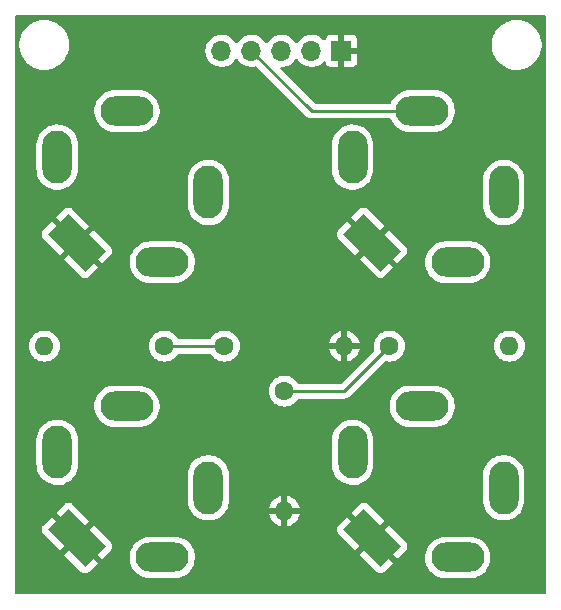
<source format=gbl>
G04 #@! TF.GenerationSoftware,KiCad,Pcbnew,6.0.5-a6ca702e91~116~ubuntu20.04.1*
G04 #@! TF.CreationDate,2022-05-18T17:07:33-04:00*
G04 #@! TF.ProjectId,vcapf_jacks,76636170-665f-46a6-9163-6b732e6b6963,rev?*
G04 #@! TF.SameCoordinates,Original*
G04 #@! TF.FileFunction,Copper,L2,Bot*
G04 #@! TF.FilePolarity,Positive*
%FSLAX46Y46*%
G04 Gerber Fmt 4.6, Leading zero omitted, Abs format (unit mm)*
G04 Created by KiCad (PCBNEW 6.0.5-a6ca702e91~116~ubuntu20.04.1) date 2022-05-18 17:07:33*
%MOMM*%
%LPD*%
G01*
G04 APERTURE LIST*
G04 Aperture macros list*
%AMRotRect*
0 Rectangle, with rotation*
0 The origin of the aperture is its center*
0 $1 length*
0 $2 width*
0 $3 Rotation angle, in degrees counterclockwise*
0 Add horizontal line*
21,1,$1,$2,0,0,$3*%
G04 Aperture macros list end*
G04 #@! TA.AperFunction,ComponentPad*
%ADD10O,2.500000X4.500001*%
G04 #@! TD*
G04 #@! TA.AperFunction,ComponentPad*
%ADD11O,4.500001X2.500001*%
G04 #@! TD*
G04 #@! TA.AperFunction,ComponentPad*
%ADD12RotRect,4.500001X2.500001X315.000000*%
G04 #@! TD*
G04 #@! TA.AperFunction,ComponentPad*
%ADD13O,4.500000X2.500000*%
G04 #@! TD*
G04 #@! TA.AperFunction,ComponentPad*
%ADD14O,2.500000X4.500000*%
G04 #@! TD*
G04 #@! TA.AperFunction,ComponentPad*
%ADD15R,1.700000X1.700000*%
G04 #@! TD*
G04 #@! TA.AperFunction,ComponentPad*
%ADD16O,1.700000X1.700000*%
G04 #@! TD*
G04 #@! TA.AperFunction,ComponentPad*
%ADD17C,1.600000*%
G04 #@! TD*
G04 #@! TA.AperFunction,ComponentPad*
%ADD18O,1.600000X1.600000*%
G04 #@! TD*
G04 #@! TA.AperFunction,Conductor*
%ADD19C,0.250000*%
G04 #@! TD*
G04 APERTURE END LIST*
D10*
G04 #@! TO.P,J2,R*
G04 #@! TO.N,N/C*
X143899999Y-90499999D03*
D11*
G04 #@! TO.P,J2,RN*
X139999999Y-96399999D03*
D12*
G04 #@! TO.P,J2,S*
G04 #@! TO.N,Board_0-GND1*
X132759999Y-94739999D03*
D13*
G04 #@! TO.P,J2,T*
G04 #@! TO.N,Board_0-/INPUT_J*
X136999999Y-83599999D03*
D14*
G04 #@! TO.P,J2,TN*
G04 #@! TO.N,N/C*
X131099999Y-87499999D03*
G04 #@! TD*
D10*
G04 #@! TO.P,J7,R*
G04 #@! TO.N,N/C*
X168899999Y-115499999D03*
D11*
G04 #@! TO.P,J7,RN*
X164999999Y-121399999D03*
D12*
G04 #@! TO.P,J7,S*
G04 #@! TO.N,Board_0-GND1*
X157759999Y-119739999D03*
D13*
G04 #@! TO.P,J7,T*
G04 #@! TO.N,Board_0-/2P OUT*
X161999999Y-108599999D03*
D14*
G04 #@! TO.P,J7,TN*
G04 #@! TO.N,N/C*
X156099999Y-112499999D03*
G04 #@! TD*
D10*
G04 #@! TO.P,J3,R*
G04 #@! TO.N,N/C*
X168899999Y-90499999D03*
D11*
G04 #@! TO.P,J3,RN*
X164999999Y-96399999D03*
D12*
G04 #@! TO.P,J3,S*
G04 #@! TO.N,Board_0-GND1*
X157759999Y-94739999D03*
D13*
G04 #@! TO.P,J3,T*
G04 #@! TO.N,Board_0-/CV_J*
X161999999Y-83599999D03*
D14*
G04 #@! TO.P,J3,TN*
G04 #@! TO.N,N/C*
X156099999Y-87499999D03*
G04 #@! TD*
D15*
G04 #@! TO.P,J5,1,Pin_1*
G04 #@! TO.N,Board_0-GND1*
X155159999Y-78499999D03*
D16*
G04 #@! TO.P,J5,2,Pin_2*
G04 #@! TO.N,Board_0-/2POLE_OUT_J*
X152619999Y-78499999D03*
G04 #@! TO.P,J5,3,Pin_3*
G04 #@! TO.N,Board_0-/1POLE_OUT_J*
X150079999Y-78499999D03*
G04 #@! TO.P,J5,4,Pin_4*
G04 #@! TO.N,Board_0-/CV_J*
X147539999Y-78499999D03*
G04 #@! TO.P,J5,5,Pin_5*
G04 #@! TO.N,Board_0-/INPUT_J*
X144999999Y-78499999D03*
G04 #@! TD*
D10*
G04 #@! TO.P,J6,R*
G04 #@! TO.N,N/C*
X143899999Y-115499999D03*
D11*
G04 #@! TO.P,J6,RN*
X139999999Y-121399999D03*
D12*
G04 #@! TO.P,J6,S*
G04 #@! TO.N,Board_0-GND1*
X132759999Y-119739999D03*
D13*
G04 #@! TO.P,J6,T*
G04 #@! TO.N,Board_0-/1P OUT*
X136999999Y-108599999D03*
D14*
G04 #@! TO.P,J6,TN*
G04 #@! TO.N,N/C*
X131099999Y-112499999D03*
G04 #@! TD*
D17*
G04 #@! TO.P,R2,1*
G04 #@! TO.N,Board_0-/2POLE_OUT_J*
X150329999Y-107309999D03*
D18*
G04 #@! TO.P,R2,2*
G04 #@! TO.N,Board_0-GND1*
X150329999Y-117469999D03*
G04 #@! TD*
D17*
G04 #@! TO.P,R1,1*
G04 #@! TO.N,Board_0-/1POLE_OUT_J*
X145249999Y-103499999D03*
D18*
G04 #@! TO.P,R1,2*
G04 #@! TO.N,Board_0-GND1*
X155409999Y-103499999D03*
G04 #@! TD*
D17*
G04 #@! TO.P,R4,1*
G04 #@! TO.N,Board_0-/2POLE_OUT_J*
X159219999Y-103499999D03*
D18*
G04 #@! TO.P,R4,2*
G04 #@! TO.N,Board_0-/2P OUT*
X169379999Y-103499999D03*
G04 #@! TD*
D17*
G04 #@! TO.P,R3,1*
G04 #@! TO.N,Board_0-/1POLE_OUT_J*
X140169999Y-103499999D03*
D18*
G04 #@! TO.P,R3,2*
G04 #@! TO.N,Board_0-/1P OUT*
X130009999Y-103499999D03*
G04 #@! TD*
D19*
G04 #@! TO.N,Board_0-/1POLE_OUT_J*
X145249999Y-103499999D02*
X140169999Y-103499999D01*
G04 #@! TO.N,Board_0-/2POLE_OUT_J*
X150329999Y-107309999D02*
X155409999Y-107309999D01*
X155409999Y-107309999D02*
X159219999Y-103499999D01*
G04 #@! TO.N,Board_0-/CV_J*
X152639999Y-83599999D02*
X161999999Y-83599999D01*
X147539999Y-78499999D02*
X152639999Y-83599999D01*
G04 #@! TD*
G04 #@! TA.AperFunction,Conductor*
G04 #@! TO.N,Board_0-GND1*
G36*
X149990926Y-75508146D02*
G01*
X172366498Y-75508491D01*
X172434618Y-75528494D01*
X172481110Y-75582150D01*
X172492496Y-75634492D01*
X172492367Y-97642287D01*
X172492219Y-123073451D01*
X172492211Y-124366208D01*
X172472209Y-124434328D01*
X172418553Y-124480821D01*
X172366211Y-124492207D01*
X127633792Y-124492207D01*
X127565671Y-124472205D01*
X127519178Y-124418549D01*
X127507792Y-124366207D01*
X127507792Y-121163829D01*
X131701709Y-121163829D01*
X131701840Y-121165662D01*
X131706091Y-121172277D01*
X133139480Y-122605666D01*
X133144564Y-122610228D01*
X133184437Y-122642289D01*
X133197788Y-122650510D01*
X133314888Y-122703751D01*
X133331949Y-122708740D01*
X133458217Y-122726823D01*
X133475995Y-122726823D01*
X133602263Y-122708740D01*
X133619324Y-122703751D01*
X133736419Y-122650512D01*
X133749776Y-122642287D01*
X133789660Y-122610220D01*
X133794719Y-122605680D01*
X134517786Y-121882612D01*
X134525397Y-121868674D01*
X134525265Y-121866838D01*
X134521016Y-121860226D01*
X134168444Y-121507654D01*
X137239857Y-121507654D01*
X137275103Y-121766637D01*
X137276411Y-121771123D01*
X137276411Y-121771125D01*
X137296097Y-121838663D01*
X137348242Y-122017566D01*
X137457667Y-122254927D01*
X137460230Y-122258836D01*
X137598409Y-122469595D01*
X137598413Y-122469600D01*
X137600975Y-122473508D01*
X137775017Y-122668505D01*
X137975969Y-122835636D01*
X137979972Y-122838065D01*
X138195421Y-122968803D01*
X138195425Y-122968805D01*
X138199418Y-122971228D01*
X138440454Y-123072302D01*
X138693782Y-123136640D01*
X138698433Y-123137108D01*
X138698437Y-123137109D01*
X138891307Y-123156530D01*
X138910866Y-123158499D01*
X141066353Y-123158499D01*
X141068678Y-123158326D01*
X141068684Y-123158326D01*
X141255999Y-123144406D01*
X141256003Y-123144405D01*
X141260651Y-123144060D01*
X141265199Y-123143031D01*
X141265205Y-123143030D01*
X141451600Y-123100852D01*
X141515576Y-123086376D01*
X141551768Y-123072302D01*
X141754823Y-122993339D01*
X141754826Y-122993338D01*
X141759176Y-122991646D01*
X141986097Y-122861950D01*
X142191356Y-122700137D01*
X142370442Y-122509762D01*
X142519423Y-122295008D01*
X142635024Y-122060592D01*
X142714706Y-121811664D01*
X142756720Y-121553692D01*
X142760141Y-121292344D01*
X142742651Y-121163829D01*
X156701709Y-121163829D01*
X156701840Y-121165662D01*
X156706091Y-121172277D01*
X158139480Y-122605666D01*
X158144564Y-122610228D01*
X158184437Y-122642289D01*
X158197788Y-122650510D01*
X158314888Y-122703751D01*
X158331949Y-122708740D01*
X158458217Y-122726823D01*
X158475995Y-122726823D01*
X158602263Y-122708740D01*
X158619324Y-122703751D01*
X158736419Y-122650512D01*
X158749776Y-122642287D01*
X158789660Y-122610220D01*
X158794719Y-122605680D01*
X159517786Y-121882612D01*
X159525397Y-121868674D01*
X159525265Y-121866838D01*
X159521016Y-121860226D01*
X159168444Y-121507654D01*
X162239857Y-121507654D01*
X162275103Y-121766637D01*
X162276411Y-121771123D01*
X162276411Y-121771125D01*
X162296097Y-121838663D01*
X162348242Y-122017566D01*
X162457667Y-122254927D01*
X162460230Y-122258836D01*
X162598409Y-122469595D01*
X162598413Y-122469600D01*
X162600975Y-122473508D01*
X162775017Y-122668505D01*
X162975969Y-122835636D01*
X162979972Y-122838065D01*
X163195421Y-122968803D01*
X163195425Y-122968805D01*
X163199418Y-122971228D01*
X163440454Y-123072302D01*
X163693782Y-123136640D01*
X163698433Y-123137108D01*
X163698437Y-123137109D01*
X163891307Y-123156530D01*
X163910866Y-123158499D01*
X166066353Y-123158499D01*
X166068678Y-123158326D01*
X166068684Y-123158326D01*
X166255999Y-123144406D01*
X166256003Y-123144405D01*
X166260651Y-123144060D01*
X166265199Y-123143031D01*
X166265205Y-123143030D01*
X166451600Y-123100852D01*
X166515576Y-123086376D01*
X166551768Y-123072302D01*
X166754823Y-122993339D01*
X166754826Y-122993338D01*
X166759176Y-122991646D01*
X166986097Y-122861950D01*
X167191356Y-122700137D01*
X167370442Y-122509762D01*
X167519423Y-122295008D01*
X167635024Y-122060592D01*
X167714706Y-121811664D01*
X167756720Y-121553692D01*
X167760141Y-121292344D01*
X167724895Y-121033361D01*
X167710472Y-120983876D01*
X167656378Y-120798289D01*
X167651756Y-120782432D01*
X167542331Y-120545071D01*
X167483930Y-120455995D01*
X167401589Y-120330403D01*
X167401585Y-120330398D01*
X167399023Y-120326490D01*
X167224981Y-120131493D01*
X167024029Y-119964362D01*
X166976843Y-119935729D01*
X166804577Y-119831195D01*
X166804573Y-119831193D01*
X166800580Y-119828770D01*
X166559544Y-119727696D01*
X166306216Y-119663358D01*
X166301565Y-119662890D01*
X166301561Y-119662889D01*
X166092270Y-119641815D01*
X166089132Y-119641499D01*
X163933645Y-119641499D01*
X163931320Y-119641672D01*
X163931314Y-119641672D01*
X163743999Y-119655592D01*
X163743995Y-119655593D01*
X163739347Y-119655938D01*
X163734799Y-119656967D01*
X163734793Y-119656968D01*
X163548398Y-119699146D01*
X163484422Y-119713622D01*
X163480070Y-119715314D01*
X163480068Y-119715315D01*
X163245175Y-119806659D01*
X163245172Y-119806660D01*
X163240822Y-119808352D01*
X163013901Y-119938048D01*
X162808642Y-120099861D01*
X162629556Y-120290236D01*
X162480575Y-120504990D01*
X162478509Y-120509180D01*
X162478507Y-120509183D01*
X162434055Y-120599324D01*
X162364974Y-120739406D01*
X162363552Y-120743849D01*
X162363551Y-120743851D01*
X162286719Y-120983876D01*
X162285292Y-120988334D01*
X162243278Y-121246306D01*
X162239857Y-121507654D01*
X159168444Y-121507654D01*
X157772811Y-120112021D01*
X157758867Y-120104407D01*
X157757034Y-120104538D01*
X157750419Y-120108789D01*
X156709323Y-121149885D01*
X156701709Y-121163829D01*
X142742651Y-121163829D01*
X142724895Y-121033361D01*
X142710472Y-120983876D01*
X142656378Y-120798289D01*
X142651756Y-120782432D01*
X142542331Y-120545071D01*
X142483930Y-120455995D01*
X142401589Y-120330403D01*
X142401585Y-120330398D01*
X142399023Y-120326490D01*
X142224981Y-120131493D01*
X142024029Y-119964362D01*
X141976843Y-119935729D01*
X141804577Y-119831195D01*
X141804573Y-119831193D01*
X141800580Y-119828770D01*
X141559544Y-119727696D01*
X141306216Y-119663358D01*
X141301565Y-119662890D01*
X141301561Y-119662889D01*
X141092270Y-119641815D01*
X141089132Y-119641499D01*
X138933645Y-119641499D01*
X138931320Y-119641672D01*
X138931314Y-119641672D01*
X138743999Y-119655592D01*
X138743995Y-119655593D01*
X138739347Y-119655938D01*
X138734799Y-119656967D01*
X138734793Y-119656968D01*
X138548398Y-119699146D01*
X138484422Y-119713622D01*
X138480070Y-119715314D01*
X138480068Y-119715315D01*
X138245175Y-119806659D01*
X138245172Y-119806660D01*
X138240822Y-119808352D01*
X138013901Y-119938048D01*
X137808642Y-120099861D01*
X137629556Y-120290236D01*
X137480575Y-120504990D01*
X137478509Y-120509180D01*
X137478507Y-120509183D01*
X137434055Y-120599324D01*
X137364974Y-120739406D01*
X137363552Y-120743849D01*
X137363551Y-120743851D01*
X137286719Y-120983876D01*
X137285292Y-120988334D01*
X137243278Y-121246306D01*
X137239857Y-121507654D01*
X134168444Y-121507654D01*
X132772811Y-120112021D01*
X132758867Y-120104407D01*
X132757034Y-120104538D01*
X132750419Y-120108789D01*
X131709323Y-121149885D01*
X131701709Y-121163829D01*
X127507792Y-121163829D01*
X127507792Y-119041781D01*
X129773175Y-119041781D01*
X129791258Y-119168049D01*
X129796247Y-119185110D01*
X129849487Y-119302208D01*
X129857710Y-119315562D01*
X129889770Y-119355436D01*
X129894331Y-119360518D01*
X131324489Y-120790675D01*
X131338433Y-120798289D01*
X131340267Y-120798158D01*
X131346879Y-120793909D01*
X132387977Y-119752811D01*
X132394355Y-119741131D01*
X133124407Y-119741131D01*
X133124538Y-119742964D01*
X133128789Y-119749579D01*
X134876992Y-121497782D01*
X134890936Y-121505396D01*
X134892769Y-121505265D01*
X134899384Y-121501014D01*
X135625666Y-120774732D01*
X135630227Y-120769649D01*
X135662288Y-120729775D01*
X135670511Y-120716421D01*
X135723751Y-120599324D01*
X135728740Y-120582263D01*
X135746823Y-120455995D01*
X135746823Y-120438217D01*
X135728740Y-120311949D01*
X135723751Y-120294888D01*
X135670511Y-120177790D01*
X135662288Y-120164436D01*
X135630228Y-120124562D01*
X135625667Y-120119480D01*
X134547967Y-119041781D01*
X154773175Y-119041781D01*
X154791258Y-119168049D01*
X154796247Y-119185110D01*
X154849487Y-119302208D01*
X154857710Y-119315562D01*
X154889770Y-119355436D01*
X154894331Y-119360518D01*
X156324489Y-120790675D01*
X156338433Y-120798289D01*
X156340267Y-120798158D01*
X156346879Y-120793909D01*
X157387977Y-119752811D01*
X157394355Y-119741131D01*
X158124407Y-119741131D01*
X158124538Y-119742964D01*
X158128789Y-119749579D01*
X159876992Y-121497782D01*
X159890936Y-121505396D01*
X159892769Y-121505265D01*
X159899384Y-121501014D01*
X160625666Y-120774732D01*
X160630227Y-120769649D01*
X160662288Y-120729775D01*
X160670511Y-120716421D01*
X160723751Y-120599324D01*
X160728740Y-120582263D01*
X160746823Y-120455995D01*
X160746823Y-120438217D01*
X160728740Y-120311949D01*
X160723751Y-120294888D01*
X160670511Y-120177790D01*
X160662288Y-120164436D01*
X160630228Y-120124562D01*
X160625667Y-120119480D01*
X159195509Y-118689323D01*
X159181565Y-118681709D01*
X159179731Y-118681840D01*
X159173119Y-118686089D01*
X158132021Y-119727187D01*
X158124407Y-119741131D01*
X157394355Y-119741131D01*
X157395591Y-119738867D01*
X157395460Y-119737034D01*
X157391209Y-119730419D01*
X155643006Y-117982216D01*
X155629062Y-117974602D01*
X155627229Y-117974733D01*
X155620614Y-117978984D01*
X154894332Y-118705266D01*
X154889771Y-118710349D01*
X154857710Y-118750223D01*
X154849487Y-118763577D01*
X154796247Y-118880674D01*
X154791258Y-118897735D01*
X154773175Y-119024003D01*
X154773175Y-119041781D01*
X134547967Y-119041781D01*
X134195509Y-118689323D01*
X134181565Y-118681709D01*
X134179731Y-118681840D01*
X134173119Y-118686089D01*
X133132021Y-119727187D01*
X133124407Y-119741131D01*
X132394355Y-119741131D01*
X132395591Y-119738867D01*
X132395460Y-119737034D01*
X132391209Y-119730419D01*
X130643006Y-117982216D01*
X130629062Y-117974602D01*
X130627229Y-117974733D01*
X130620614Y-117978984D01*
X129894332Y-118705266D01*
X129889771Y-118710349D01*
X129857710Y-118750223D01*
X129849487Y-118763577D01*
X129796247Y-118880674D01*
X129791258Y-118897735D01*
X129773175Y-119024003D01*
X129773175Y-119041781D01*
X127507792Y-119041781D01*
X127507792Y-117611324D01*
X130994601Y-117611324D01*
X130994733Y-117613160D01*
X130998982Y-117619772D01*
X132747187Y-119367977D01*
X132761131Y-119375591D01*
X132762964Y-119375460D01*
X132769579Y-119371209D01*
X133810675Y-118330113D01*
X133818289Y-118316169D01*
X133818158Y-118314336D01*
X133813907Y-118307721D01*
X132380518Y-116874332D01*
X132375434Y-116869770D01*
X132335561Y-116837709D01*
X132322210Y-116829488D01*
X132205110Y-116776247D01*
X132188049Y-116771258D01*
X132061781Y-116753175D01*
X132044003Y-116753175D01*
X131917735Y-116771258D01*
X131900674Y-116776247D01*
X131783579Y-116829486D01*
X131770222Y-116837711D01*
X131730338Y-116869778D01*
X131725279Y-116874318D01*
X131002212Y-117597386D01*
X130994601Y-117611324D01*
X127507792Y-117611324D01*
X127507792Y-116566353D01*
X142141499Y-116566353D01*
X142141672Y-116568678D01*
X142141672Y-116568684D01*
X142145644Y-116622124D01*
X142155938Y-116760651D01*
X142156967Y-116765199D01*
X142156968Y-116765205D01*
X142199146Y-116951600D01*
X142213622Y-117015576D01*
X142215314Y-117019928D01*
X142215315Y-117019930D01*
X142291562Y-117215999D01*
X142308352Y-117259176D01*
X142438048Y-117486097D01*
X142599861Y-117691356D01*
X142790236Y-117870442D01*
X143004990Y-118019423D01*
X143009180Y-118021489D01*
X143009183Y-118021491D01*
X143235218Y-118132959D01*
X143235221Y-118132960D01*
X143239406Y-118135024D01*
X143243849Y-118136446D01*
X143243851Y-118136447D01*
X143483876Y-118213279D01*
X143488334Y-118214706D01*
X143746306Y-118256720D01*
X143860057Y-118258209D01*
X144002977Y-118260080D01*
X144002980Y-118260080D01*
X144007654Y-118260141D01*
X144266637Y-118224895D01*
X144517566Y-118151756D01*
X144553861Y-118135024D01*
X144583175Y-118121510D01*
X144754927Y-118042331D01*
X144858231Y-117974602D01*
X144969595Y-117901589D01*
X144969600Y-117901585D01*
X144973508Y-117899023D01*
X145155576Y-117736521D01*
X149047272Y-117736521D01*
X149094763Y-117913760D01*
X149098509Y-117924052D01*
X149190585Y-118121510D01*
X149196068Y-118131006D01*
X149321027Y-118309466D01*
X149328083Y-118317874D01*
X149482124Y-118471915D01*
X149490532Y-118478971D01*
X149668992Y-118603930D01*
X149678488Y-118609413D01*
X149875946Y-118701489D01*
X149886238Y-118705235D01*
X150058502Y-118751393D01*
X150072598Y-118751057D01*
X150075999Y-118743115D01*
X150075999Y-118737966D01*
X150583999Y-118737966D01*
X150587972Y-118751497D01*
X150596521Y-118752726D01*
X150773760Y-118705235D01*
X150784052Y-118701489D01*
X150981510Y-118609413D01*
X150991006Y-118603930D01*
X151169466Y-118478971D01*
X151177874Y-118471915D01*
X151331915Y-118317874D01*
X151338971Y-118309466D01*
X151463930Y-118131006D01*
X151469413Y-118121510D01*
X151561489Y-117924052D01*
X151565235Y-117913760D01*
X151611393Y-117741496D01*
X151611057Y-117727400D01*
X151603115Y-117723999D01*
X150602114Y-117723999D01*
X150586875Y-117728474D01*
X150585670Y-117729864D01*
X150583999Y-117737547D01*
X150583999Y-118737966D01*
X150075999Y-118737966D01*
X150075999Y-117742114D01*
X150071524Y-117726875D01*
X150070134Y-117725670D01*
X150062451Y-117723999D01*
X149062032Y-117723999D01*
X149048501Y-117727972D01*
X149047272Y-117736521D01*
X145155576Y-117736521D01*
X145168505Y-117724981D01*
X145263033Y-117611324D01*
X155994601Y-117611324D01*
X155994733Y-117613160D01*
X155998982Y-117619772D01*
X157747187Y-119367977D01*
X157761131Y-119375591D01*
X157762964Y-119375460D01*
X157769579Y-119371209D01*
X158810675Y-118330113D01*
X158818289Y-118316169D01*
X158818158Y-118314336D01*
X158813907Y-118307721D01*
X157380518Y-116874332D01*
X157375434Y-116869770D01*
X157335561Y-116837709D01*
X157322210Y-116829488D01*
X157205110Y-116776247D01*
X157188049Y-116771258D01*
X157061781Y-116753175D01*
X157044003Y-116753175D01*
X156917735Y-116771258D01*
X156900674Y-116776247D01*
X156783579Y-116829486D01*
X156770222Y-116837711D01*
X156730338Y-116869778D01*
X156725279Y-116874318D01*
X156002212Y-117597386D01*
X155994601Y-117611324D01*
X145263033Y-117611324D01*
X145335636Y-117524029D01*
X145471228Y-117300580D01*
X145514033Y-117198502D01*
X149048605Y-117198502D01*
X149048941Y-117212598D01*
X149056883Y-117215999D01*
X150057884Y-117215999D01*
X150073123Y-117211524D01*
X150074328Y-117210134D01*
X150075999Y-117202451D01*
X150075999Y-117197884D01*
X150583999Y-117197884D01*
X150588474Y-117213123D01*
X150589864Y-117214328D01*
X150597547Y-117215999D01*
X151597966Y-117215999D01*
X151611497Y-117212026D01*
X151612726Y-117203477D01*
X151565235Y-117026238D01*
X151561489Y-117015946D01*
X151469413Y-116818488D01*
X151463930Y-116808992D01*
X151338971Y-116630532D01*
X151331915Y-116622124D01*
X151276144Y-116566353D01*
X167141499Y-116566353D01*
X167141672Y-116568678D01*
X167141672Y-116568684D01*
X167145644Y-116622124D01*
X167155938Y-116760651D01*
X167156967Y-116765199D01*
X167156968Y-116765205D01*
X167199146Y-116951600D01*
X167213622Y-117015576D01*
X167215314Y-117019928D01*
X167215315Y-117019930D01*
X167291562Y-117215999D01*
X167308352Y-117259176D01*
X167438048Y-117486097D01*
X167599861Y-117691356D01*
X167790236Y-117870442D01*
X168004990Y-118019423D01*
X168009180Y-118021489D01*
X168009183Y-118021491D01*
X168235218Y-118132959D01*
X168235221Y-118132960D01*
X168239406Y-118135024D01*
X168243849Y-118136446D01*
X168243851Y-118136447D01*
X168483876Y-118213279D01*
X168488334Y-118214706D01*
X168746306Y-118256720D01*
X168860057Y-118258209D01*
X169002977Y-118260080D01*
X169002980Y-118260080D01*
X169007654Y-118260141D01*
X169266637Y-118224895D01*
X169517566Y-118151756D01*
X169553861Y-118135024D01*
X169583175Y-118121510D01*
X169754927Y-118042331D01*
X169858231Y-117974602D01*
X169969595Y-117901589D01*
X169969600Y-117901585D01*
X169973508Y-117899023D01*
X170168505Y-117724981D01*
X170335636Y-117524029D01*
X170471228Y-117300580D01*
X170572302Y-117059544D01*
X170636640Y-116806216D01*
X170658499Y-116589132D01*
X170658499Y-114433645D01*
X170656573Y-114407728D01*
X170644406Y-114243999D01*
X170644405Y-114243995D01*
X170644060Y-114239347D01*
X170632724Y-114189247D01*
X170587407Y-113988979D01*
X170586376Y-113984422D01*
X170491646Y-113740822D01*
X170361950Y-113513901D01*
X170200137Y-113308642D01*
X170009762Y-113129556D01*
X169795008Y-112980575D01*
X169790815Y-112978507D01*
X169564780Y-112867039D01*
X169564777Y-112867038D01*
X169560592Y-112864974D01*
X169514448Y-112850203D01*
X169316122Y-112786719D01*
X169311664Y-112785292D01*
X169053692Y-112743278D01*
X168939941Y-112741789D01*
X168797021Y-112739918D01*
X168797018Y-112739918D01*
X168792344Y-112739857D01*
X168533361Y-112775103D01*
X168282432Y-112848242D01*
X168278179Y-112850202D01*
X168278178Y-112850203D01*
X168241658Y-112867039D01*
X168045071Y-112957667D01*
X168006066Y-112983240D01*
X167830403Y-113098409D01*
X167830398Y-113098413D01*
X167826490Y-113100975D01*
X167631493Y-113275017D01*
X167464362Y-113475969D01*
X167328770Y-113699418D01*
X167227696Y-113940454D01*
X167163358Y-114193782D01*
X167162890Y-114198433D01*
X167162889Y-114198437D01*
X167152604Y-114300580D01*
X167141499Y-114410866D01*
X167141499Y-116566353D01*
X151276144Y-116566353D01*
X151177874Y-116468083D01*
X151169466Y-116461027D01*
X150991006Y-116336068D01*
X150981510Y-116330585D01*
X150784052Y-116238509D01*
X150773760Y-116234763D01*
X150601496Y-116188605D01*
X150587400Y-116188941D01*
X150583999Y-116196883D01*
X150583999Y-117197884D01*
X150075999Y-117197884D01*
X150075999Y-116202032D01*
X150072026Y-116188501D01*
X150063477Y-116187272D01*
X149886238Y-116234763D01*
X149875946Y-116238509D01*
X149678488Y-116330585D01*
X149668992Y-116336068D01*
X149490532Y-116461027D01*
X149482124Y-116468083D01*
X149328083Y-116622124D01*
X149321027Y-116630532D01*
X149196068Y-116808992D01*
X149190585Y-116818488D01*
X149098509Y-117015946D01*
X149094763Y-117026238D01*
X149048605Y-117198502D01*
X145514033Y-117198502D01*
X145572302Y-117059544D01*
X145636640Y-116806216D01*
X145658499Y-116589132D01*
X145658499Y-114433645D01*
X145656573Y-114407728D01*
X145644406Y-114243999D01*
X145644405Y-114243995D01*
X145644060Y-114239347D01*
X145632724Y-114189247D01*
X145587407Y-113988979D01*
X145586376Y-113984422D01*
X145491646Y-113740822D01*
X145391929Y-113566353D01*
X154341499Y-113566353D01*
X154341672Y-113568678D01*
X154341672Y-113568684D01*
X154351388Y-113699418D01*
X154355938Y-113760651D01*
X154356967Y-113765199D01*
X154356968Y-113765205D01*
X154397647Y-113944979D01*
X154413622Y-114015576D01*
X154508352Y-114259176D01*
X154638048Y-114486097D01*
X154799861Y-114691356D01*
X154990236Y-114870442D01*
X155204990Y-115019423D01*
X155209180Y-115021489D01*
X155209183Y-115021491D01*
X155435218Y-115132959D01*
X155435221Y-115132960D01*
X155439406Y-115135024D01*
X155443849Y-115136446D01*
X155443851Y-115136447D01*
X155683876Y-115213279D01*
X155688334Y-115214706D01*
X155946306Y-115256720D01*
X156060057Y-115258209D01*
X156202977Y-115260080D01*
X156202980Y-115260080D01*
X156207654Y-115260141D01*
X156466637Y-115224895D01*
X156717566Y-115151756D01*
X156753861Y-115135024D01*
X156772111Y-115126610D01*
X156954927Y-115042331D01*
X157004975Y-115009518D01*
X157169595Y-114901589D01*
X157169600Y-114901585D01*
X157173508Y-114899023D01*
X157368505Y-114724981D01*
X157535636Y-114524029D01*
X157671228Y-114300580D01*
X157772302Y-114059544D01*
X157836640Y-113806216D01*
X157842787Y-113745175D01*
X157858183Y-113592270D01*
X157858499Y-113589132D01*
X157858499Y-111433645D01*
X157844060Y-111239347D01*
X157832724Y-111189247D01*
X157787407Y-110988979D01*
X157786376Y-110984422D01*
X157691646Y-110740822D01*
X157561950Y-110513901D01*
X157400137Y-110308642D01*
X157209762Y-110129556D01*
X156995008Y-109980575D01*
X156990815Y-109978507D01*
X156764780Y-109867039D01*
X156764777Y-109867038D01*
X156760592Y-109864974D01*
X156714448Y-109850203D01*
X156516122Y-109786719D01*
X156511664Y-109785292D01*
X156253692Y-109743278D01*
X156139941Y-109741789D01*
X155997021Y-109739918D01*
X155997018Y-109739918D01*
X155992344Y-109739857D01*
X155733361Y-109775103D01*
X155482432Y-109848242D01*
X155478179Y-109850202D01*
X155478178Y-109850203D01*
X155441658Y-109867039D01*
X155245071Y-109957667D01*
X155206066Y-109983240D01*
X155030403Y-110098409D01*
X155030398Y-110098413D01*
X155026490Y-110100975D01*
X154831493Y-110275017D01*
X154664362Y-110475969D01*
X154528770Y-110699418D01*
X154427696Y-110940454D01*
X154363358Y-111193782D01*
X154341499Y-111410866D01*
X154341499Y-113566353D01*
X145391929Y-113566353D01*
X145361950Y-113513901D01*
X145200137Y-113308642D01*
X145009762Y-113129556D01*
X144795008Y-112980575D01*
X144790815Y-112978507D01*
X144564780Y-112867039D01*
X144564777Y-112867038D01*
X144560592Y-112864974D01*
X144514448Y-112850203D01*
X144316122Y-112786719D01*
X144311664Y-112785292D01*
X144053692Y-112743278D01*
X143939941Y-112741789D01*
X143797021Y-112739918D01*
X143797018Y-112739918D01*
X143792344Y-112739857D01*
X143533361Y-112775103D01*
X143282432Y-112848242D01*
X143278179Y-112850202D01*
X143278178Y-112850203D01*
X143241658Y-112867039D01*
X143045071Y-112957667D01*
X143006066Y-112983240D01*
X142830403Y-113098409D01*
X142830398Y-113098413D01*
X142826490Y-113100975D01*
X142631493Y-113275017D01*
X142464362Y-113475969D01*
X142328770Y-113699418D01*
X142227696Y-113940454D01*
X142163358Y-114193782D01*
X142162890Y-114198433D01*
X142162889Y-114198437D01*
X142152604Y-114300580D01*
X142141499Y-114410866D01*
X142141499Y-116566353D01*
X127507792Y-116566353D01*
X127507792Y-113566353D01*
X129341499Y-113566353D01*
X129341672Y-113568678D01*
X129341672Y-113568684D01*
X129351388Y-113699418D01*
X129355938Y-113760651D01*
X129356967Y-113765199D01*
X129356968Y-113765205D01*
X129397647Y-113944979D01*
X129413622Y-114015576D01*
X129508352Y-114259176D01*
X129638048Y-114486097D01*
X129799861Y-114691356D01*
X129990236Y-114870442D01*
X130204990Y-115019423D01*
X130209180Y-115021489D01*
X130209183Y-115021491D01*
X130435218Y-115132959D01*
X130435221Y-115132960D01*
X130439406Y-115135024D01*
X130443849Y-115136446D01*
X130443851Y-115136447D01*
X130683876Y-115213279D01*
X130688334Y-115214706D01*
X130946306Y-115256720D01*
X131060057Y-115258209D01*
X131202977Y-115260080D01*
X131202980Y-115260080D01*
X131207654Y-115260141D01*
X131466637Y-115224895D01*
X131717566Y-115151756D01*
X131753861Y-115135024D01*
X131772111Y-115126610D01*
X131954927Y-115042331D01*
X132004975Y-115009518D01*
X132169595Y-114901589D01*
X132169600Y-114901585D01*
X132173508Y-114899023D01*
X132368505Y-114724981D01*
X132535636Y-114524029D01*
X132671228Y-114300580D01*
X132772302Y-114059544D01*
X132836640Y-113806216D01*
X132842787Y-113745175D01*
X132858183Y-113592270D01*
X132858499Y-113589132D01*
X132858499Y-111433645D01*
X132844060Y-111239347D01*
X132832724Y-111189247D01*
X132787407Y-110988979D01*
X132786376Y-110984422D01*
X132691646Y-110740822D01*
X132561950Y-110513901D01*
X132400137Y-110308642D01*
X132209762Y-110129556D01*
X131995008Y-109980575D01*
X131990815Y-109978507D01*
X131764780Y-109867039D01*
X131764777Y-109867038D01*
X131760592Y-109864974D01*
X131714448Y-109850203D01*
X131516122Y-109786719D01*
X131511664Y-109785292D01*
X131253692Y-109743278D01*
X131139941Y-109741789D01*
X130997021Y-109739918D01*
X130997018Y-109739918D01*
X130992344Y-109739857D01*
X130733361Y-109775103D01*
X130482432Y-109848242D01*
X130478179Y-109850202D01*
X130478178Y-109850203D01*
X130441658Y-109867039D01*
X130245071Y-109957667D01*
X130206066Y-109983240D01*
X130030403Y-110098409D01*
X130030398Y-110098413D01*
X130026490Y-110100975D01*
X129831493Y-110275017D01*
X129664362Y-110475969D01*
X129528770Y-110699418D01*
X129427696Y-110940454D01*
X129363358Y-111193782D01*
X129341499Y-111410866D01*
X129341499Y-113566353D01*
X127507792Y-113566353D01*
X127507792Y-108707654D01*
X134239857Y-108707654D01*
X134275103Y-108966637D01*
X134276411Y-108971123D01*
X134276411Y-108971125D01*
X134296097Y-109038663D01*
X134348242Y-109217566D01*
X134457667Y-109454927D01*
X134460230Y-109458836D01*
X134598409Y-109669595D01*
X134598413Y-109669600D01*
X134600975Y-109673508D01*
X134775017Y-109868505D01*
X134975969Y-110035636D01*
X134979972Y-110038065D01*
X135195421Y-110168803D01*
X135195425Y-110168805D01*
X135199418Y-110171228D01*
X135440454Y-110272302D01*
X135693782Y-110336640D01*
X135698433Y-110337108D01*
X135698437Y-110337109D01*
X135891307Y-110356530D01*
X135910866Y-110358499D01*
X138066353Y-110358499D01*
X138068678Y-110358326D01*
X138068684Y-110358326D01*
X138255999Y-110344406D01*
X138256003Y-110344405D01*
X138260651Y-110344060D01*
X138265199Y-110343031D01*
X138265205Y-110343030D01*
X138451600Y-110300852D01*
X138515576Y-110286376D01*
X138519930Y-110284683D01*
X138754823Y-110193339D01*
X138754826Y-110193338D01*
X138759176Y-110191646D01*
X138986097Y-110061950D01*
X139191356Y-109900137D01*
X139370442Y-109709762D01*
X139519423Y-109495008D01*
X139635024Y-109260592D01*
X139714706Y-109011664D01*
X139756720Y-108753692D01*
X139757323Y-108707654D01*
X159239857Y-108707654D01*
X159275103Y-108966637D01*
X159276411Y-108971123D01*
X159276411Y-108971125D01*
X159296097Y-109038663D01*
X159348242Y-109217566D01*
X159457667Y-109454927D01*
X159460230Y-109458836D01*
X159598409Y-109669595D01*
X159598413Y-109669600D01*
X159600975Y-109673508D01*
X159775017Y-109868505D01*
X159975969Y-110035636D01*
X159979972Y-110038065D01*
X160195421Y-110168803D01*
X160195425Y-110168805D01*
X160199418Y-110171228D01*
X160440454Y-110272302D01*
X160693782Y-110336640D01*
X160698433Y-110337108D01*
X160698437Y-110337109D01*
X160891307Y-110356530D01*
X160910866Y-110358499D01*
X163066353Y-110358499D01*
X163068678Y-110358326D01*
X163068684Y-110358326D01*
X163255999Y-110344406D01*
X163256003Y-110344405D01*
X163260651Y-110344060D01*
X163265199Y-110343031D01*
X163265205Y-110343030D01*
X163451600Y-110300852D01*
X163515576Y-110286376D01*
X163519930Y-110284683D01*
X163754823Y-110193339D01*
X163754826Y-110193338D01*
X163759176Y-110191646D01*
X163986097Y-110061950D01*
X164191356Y-109900137D01*
X164370442Y-109709762D01*
X164519423Y-109495008D01*
X164635024Y-109260592D01*
X164714706Y-109011664D01*
X164756720Y-108753692D01*
X164760141Y-108492344D01*
X164724895Y-108233361D01*
X164710472Y-108183876D01*
X164700536Y-108149788D01*
X164651756Y-107982432D01*
X164542331Y-107745071D01*
X164509518Y-107695023D01*
X164401589Y-107530403D01*
X164401585Y-107530398D01*
X164399023Y-107526490D01*
X164224981Y-107331493D01*
X164024029Y-107164362D01*
X163976843Y-107135729D01*
X163804577Y-107031195D01*
X163804573Y-107031193D01*
X163800580Y-107028770D01*
X163559544Y-106927696D01*
X163306216Y-106863358D01*
X163301565Y-106862890D01*
X163301561Y-106862889D01*
X163092270Y-106841815D01*
X163089132Y-106841499D01*
X160933645Y-106841499D01*
X160931320Y-106841672D01*
X160931314Y-106841672D01*
X160743999Y-106855592D01*
X160743995Y-106855593D01*
X160739347Y-106855938D01*
X160734799Y-106856967D01*
X160734793Y-106856968D01*
X160548398Y-106899146D01*
X160484422Y-106913622D01*
X160480070Y-106915314D01*
X160480068Y-106915315D01*
X160245175Y-107006659D01*
X160245172Y-107006660D01*
X160240822Y-107008352D01*
X160013901Y-107138048D01*
X159808642Y-107299861D01*
X159629556Y-107490236D01*
X159480575Y-107704990D01*
X159478509Y-107709180D01*
X159478507Y-107709183D01*
X159370366Y-107928473D01*
X159364974Y-107939406D01*
X159363552Y-107943849D01*
X159363551Y-107943851D01*
X159357818Y-107961761D01*
X159285292Y-108188334D01*
X159243278Y-108446306D01*
X159241977Y-108545706D01*
X159241214Y-108604021D01*
X159239857Y-108707654D01*
X139757323Y-108707654D01*
X139760141Y-108492344D01*
X139724895Y-108233361D01*
X139710472Y-108183876D01*
X139700536Y-108149788D01*
X139651756Y-107982432D01*
X139542331Y-107745071D01*
X139509518Y-107695023D01*
X139401589Y-107530403D01*
X139401585Y-107530398D01*
X139399023Y-107526490D01*
X139224981Y-107331493D01*
X139199137Y-107309999D01*
X149016501Y-107309999D01*
X149036456Y-107538086D01*
X149037880Y-107543399D01*
X149037880Y-107543401D01*
X149093056Y-107749317D01*
X149095715Y-107759242D01*
X149098038Y-107764223D01*
X149098038Y-107764224D01*
X149190150Y-107961761D01*
X149190153Y-107961766D01*
X149192476Y-107966748D01*
X149323801Y-108154299D01*
X149485699Y-108316197D01*
X149490207Y-108319354D01*
X149490210Y-108319356D01*
X149568388Y-108374097D01*
X149673250Y-108447522D01*
X149678232Y-108449845D01*
X149678237Y-108449848D01*
X149875774Y-108541960D01*
X149880756Y-108544283D01*
X149886064Y-108545705D01*
X149886066Y-108545706D01*
X150096597Y-108602118D01*
X150096599Y-108602118D01*
X150101912Y-108603542D01*
X150329999Y-108623497D01*
X150558086Y-108603542D01*
X150563399Y-108602118D01*
X150563401Y-108602118D01*
X150773932Y-108545706D01*
X150773934Y-108545705D01*
X150779242Y-108544283D01*
X150784224Y-108541960D01*
X150981761Y-108449848D01*
X150981766Y-108449845D01*
X150986748Y-108447522D01*
X151091610Y-108374097D01*
X151169788Y-108319356D01*
X151169791Y-108319354D01*
X151174299Y-108316197D01*
X151336197Y-108154299D01*
X151446180Y-107997228D01*
X151501637Y-107952900D01*
X151549393Y-107943499D01*
X155331232Y-107943499D01*
X155342415Y-107944026D01*
X155349908Y-107945701D01*
X155357834Y-107945452D01*
X155357835Y-107945452D01*
X155417985Y-107943561D01*
X155421944Y-107943499D01*
X155449855Y-107943499D01*
X155453790Y-107943002D01*
X155453855Y-107942994D01*
X155465692Y-107942061D01*
X155497950Y-107941047D01*
X155501969Y-107940921D01*
X155509888Y-107940672D01*
X155529342Y-107935020D01*
X155548699Y-107931012D01*
X155560929Y-107929467D01*
X155560930Y-107929467D01*
X155568796Y-107928473D01*
X155576167Y-107925554D01*
X155576169Y-107925554D01*
X155609911Y-107912195D01*
X155621141Y-107908350D01*
X155655982Y-107898228D01*
X155655983Y-107898228D01*
X155663592Y-107896017D01*
X155670411Y-107891984D01*
X155670416Y-107891982D01*
X155681027Y-107885706D01*
X155698775Y-107877011D01*
X155717616Y-107869551D01*
X155753386Y-107843563D01*
X155763306Y-107837047D01*
X155794534Y-107818579D01*
X155794537Y-107818577D01*
X155801361Y-107814541D01*
X155815682Y-107800220D01*
X155830716Y-107787379D01*
X155840693Y-107780130D01*
X155847106Y-107775471D01*
X155875297Y-107741394D01*
X155883287Y-107732615D01*
X158806751Y-104809151D01*
X158869063Y-104775125D01*
X158928458Y-104776540D01*
X158986590Y-104792117D01*
X158986601Y-104792119D01*
X158991912Y-104793542D01*
X159219999Y-104813497D01*
X159448086Y-104793542D01*
X159453399Y-104792118D01*
X159453401Y-104792118D01*
X159663932Y-104735706D01*
X159663934Y-104735705D01*
X159669242Y-104734283D01*
X159675234Y-104731489D01*
X159871761Y-104639848D01*
X159871766Y-104639845D01*
X159876748Y-104637522D01*
X159981610Y-104564097D01*
X160059788Y-104509356D01*
X160059791Y-104509354D01*
X160064299Y-104506197D01*
X160226197Y-104344299D01*
X160357522Y-104156748D01*
X160359845Y-104151766D01*
X160359848Y-104151761D01*
X160451960Y-103954224D01*
X160451960Y-103954223D01*
X160454283Y-103949242D01*
X160477522Y-103862516D01*
X160512118Y-103733401D01*
X160512118Y-103733399D01*
X160513542Y-103728086D01*
X160533497Y-103499999D01*
X168066501Y-103499999D01*
X168086456Y-103728086D01*
X168087880Y-103733399D01*
X168087880Y-103733401D01*
X168122477Y-103862516D01*
X168145715Y-103949242D01*
X168148038Y-103954223D01*
X168148038Y-103954224D01*
X168240150Y-104151761D01*
X168240153Y-104151766D01*
X168242476Y-104156748D01*
X168373801Y-104344299D01*
X168535699Y-104506197D01*
X168540207Y-104509354D01*
X168540210Y-104509356D01*
X168618388Y-104564097D01*
X168723250Y-104637522D01*
X168728232Y-104639845D01*
X168728237Y-104639848D01*
X168924764Y-104731489D01*
X168930756Y-104734283D01*
X168936064Y-104735705D01*
X168936066Y-104735706D01*
X169146597Y-104792118D01*
X169146599Y-104792118D01*
X169151912Y-104793542D01*
X169379999Y-104813497D01*
X169608086Y-104793542D01*
X169613399Y-104792118D01*
X169613401Y-104792118D01*
X169823932Y-104735706D01*
X169823934Y-104735705D01*
X169829242Y-104734283D01*
X169835234Y-104731489D01*
X170031761Y-104639848D01*
X170031766Y-104639845D01*
X170036748Y-104637522D01*
X170141610Y-104564097D01*
X170219788Y-104509356D01*
X170219791Y-104509354D01*
X170224299Y-104506197D01*
X170386197Y-104344299D01*
X170517522Y-104156748D01*
X170519845Y-104151766D01*
X170519848Y-104151761D01*
X170611960Y-103954224D01*
X170611960Y-103954223D01*
X170614283Y-103949242D01*
X170637522Y-103862516D01*
X170672118Y-103733401D01*
X170672118Y-103733399D01*
X170673542Y-103728086D01*
X170693497Y-103499999D01*
X170673542Y-103271912D01*
X170663243Y-103233477D01*
X170615706Y-103056066D01*
X170615705Y-103056064D01*
X170614283Y-103050756D01*
X170611960Y-103045774D01*
X170519848Y-102848237D01*
X170519845Y-102848232D01*
X170517522Y-102843250D01*
X170386197Y-102655699D01*
X170224299Y-102493801D01*
X170219791Y-102490644D01*
X170219788Y-102490642D01*
X170141610Y-102435901D01*
X170036748Y-102362476D01*
X170031766Y-102360153D01*
X170031761Y-102360150D01*
X169834224Y-102268038D01*
X169834223Y-102268038D01*
X169829242Y-102265715D01*
X169823934Y-102264293D01*
X169823932Y-102264292D01*
X169613401Y-102207880D01*
X169613399Y-102207880D01*
X169608086Y-102206456D01*
X169379999Y-102186501D01*
X169151912Y-102206456D01*
X169146599Y-102207880D01*
X169146597Y-102207880D01*
X168936066Y-102264292D01*
X168936064Y-102264293D01*
X168930756Y-102265715D01*
X168925775Y-102268038D01*
X168925774Y-102268038D01*
X168728237Y-102360150D01*
X168728232Y-102360153D01*
X168723250Y-102362476D01*
X168618388Y-102435901D01*
X168540210Y-102490642D01*
X168540207Y-102490644D01*
X168535699Y-102493801D01*
X168373801Y-102655699D01*
X168242476Y-102843250D01*
X168240153Y-102848232D01*
X168240150Y-102848237D01*
X168148038Y-103045774D01*
X168145715Y-103050756D01*
X168144293Y-103056064D01*
X168144292Y-103056066D01*
X168096755Y-103233477D01*
X168086456Y-103271912D01*
X168066501Y-103499999D01*
X160533497Y-103499999D01*
X160513542Y-103271912D01*
X160503243Y-103233477D01*
X160455706Y-103056066D01*
X160455705Y-103056064D01*
X160454283Y-103050756D01*
X160451960Y-103045774D01*
X160359848Y-102848237D01*
X160359845Y-102848232D01*
X160357522Y-102843250D01*
X160226197Y-102655699D01*
X160064299Y-102493801D01*
X160059791Y-102490644D01*
X160059788Y-102490642D01*
X159981610Y-102435901D01*
X159876748Y-102362476D01*
X159871766Y-102360153D01*
X159871761Y-102360150D01*
X159674224Y-102268038D01*
X159674223Y-102268038D01*
X159669242Y-102265715D01*
X159663934Y-102264293D01*
X159663932Y-102264292D01*
X159453401Y-102207880D01*
X159453399Y-102207880D01*
X159448086Y-102206456D01*
X159219999Y-102186501D01*
X158991912Y-102206456D01*
X158986599Y-102207880D01*
X158986597Y-102207880D01*
X158776066Y-102264292D01*
X158776064Y-102264293D01*
X158770756Y-102265715D01*
X158765775Y-102268038D01*
X158765774Y-102268038D01*
X158568237Y-102360150D01*
X158568232Y-102360153D01*
X158563250Y-102362476D01*
X158458388Y-102435901D01*
X158380210Y-102490642D01*
X158380207Y-102490644D01*
X158375699Y-102493801D01*
X158213801Y-102655699D01*
X158082476Y-102843250D01*
X158080153Y-102848232D01*
X158080150Y-102848237D01*
X157988038Y-103045774D01*
X157985715Y-103050756D01*
X157984293Y-103056064D01*
X157984292Y-103056066D01*
X157936755Y-103233477D01*
X157926456Y-103271912D01*
X157906501Y-103499999D01*
X157926456Y-103728086D01*
X157927879Y-103733397D01*
X157927881Y-103733408D01*
X157943458Y-103791540D01*
X157941769Y-103862516D01*
X157910847Y-103913247D01*
X155184499Y-106639594D01*
X155122187Y-106673620D01*
X155095404Y-106676499D01*
X151549393Y-106676499D01*
X151481272Y-106656497D01*
X151446180Y-106622770D01*
X151339356Y-106470210D01*
X151339354Y-106470207D01*
X151336197Y-106465699D01*
X151174299Y-106303801D01*
X151169791Y-106300644D01*
X151169788Y-106300642D01*
X151091610Y-106245901D01*
X150986748Y-106172476D01*
X150981766Y-106170153D01*
X150981761Y-106170150D01*
X150784224Y-106078038D01*
X150784223Y-106078038D01*
X150779242Y-106075715D01*
X150773934Y-106074293D01*
X150773932Y-106074292D01*
X150563401Y-106017880D01*
X150563399Y-106017880D01*
X150558086Y-106016456D01*
X150329999Y-105996501D01*
X150101912Y-106016456D01*
X150096599Y-106017880D01*
X150096597Y-106017880D01*
X149886066Y-106074292D01*
X149886064Y-106074293D01*
X149880756Y-106075715D01*
X149875775Y-106078038D01*
X149875774Y-106078038D01*
X149678237Y-106170150D01*
X149678232Y-106170153D01*
X149673250Y-106172476D01*
X149568388Y-106245901D01*
X149490210Y-106300642D01*
X149490207Y-106300644D01*
X149485699Y-106303801D01*
X149323801Y-106465699D01*
X149192476Y-106653250D01*
X149190153Y-106658232D01*
X149190150Y-106658237D01*
X149104614Y-106841672D01*
X149095715Y-106860756D01*
X149036456Y-107081912D01*
X149016501Y-107309999D01*
X139199137Y-107309999D01*
X139024029Y-107164362D01*
X138976843Y-107135729D01*
X138804577Y-107031195D01*
X138804573Y-107031193D01*
X138800580Y-107028770D01*
X138559544Y-106927696D01*
X138306216Y-106863358D01*
X138301565Y-106862890D01*
X138301561Y-106862889D01*
X138092270Y-106841815D01*
X138089132Y-106841499D01*
X135933645Y-106841499D01*
X135931320Y-106841672D01*
X135931314Y-106841672D01*
X135743999Y-106855592D01*
X135743995Y-106855593D01*
X135739347Y-106855938D01*
X135734799Y-106856967D01*
X135734793Y-106856968D01*
X135548398Y-106899146D01*
X135484422Y-106913622D01*
X135480070Y-106915314D01*
X135480068Y-106915315D01*
X135245175Y-107006659D01*
X135245172Y-107006660D01*
X135240822Y-107008352D01*
X135013901Y-107138048D01*
X134808642Y-107299861D01*
X134629556Y-107490236D01*
X134480575Y-107704990D01*
X134478509Y-107709180D01*
X134478507Y-107709183D01*
X134370366Y-107928473D01*
X134364974Y-107939406D01*
X134363552Y-107943849D01*
X134363551Y-107943851D01*
X134357818Y-107961761D01*
X134285292Y-108188334D01*
X134243278Y-108446306D01*
X134241977Y-108545706D01*
X134241214Y-108604021D01*
X134239857Y-108707654D01*
X127507792Y-108707654D01*
X127507792Y-103499999D01*
X128696501Y-103499999D01*
X128716456Y-103728086D01*
X128717880Y-103733399D01*
X128717880Y-103733401D01*
X128752477Y-103862516D01*
X128775715Y-103949242D01*
X128778038Y-103954223D01*
X128778038Y-103954224D01*
X128870150Y-104151761D01*
X128870153Y-104151766D01*
X128872476Y-104156748D01*
X129003801Y-104344299D01*
X129165699Y-104506197D01*
X129170207Y-104509354D01*
X129170210Y-104509356D01*
X129248388Y-104564097D01*
X129353250Y-104637522D01*
X129358232Y-104639845D01*
X129358237Y-104639848D01*
X129554764Y-104731489D01*
X129560756Y-104734283D01*
X129566064Y-104735705D01*
X129566066Y-104735706D01*
X129776597Y-104792118D01*
X129776599Y-104792118D01*
X129781912Y-104793542D01*
X130009999Y-104813497D01*
X130238086Y-104793542D01*
X130243399Y-104792118D01*
X130243401Y-104792118D01*
X130453932Y-104735706D01*
X130453934Y-104735705D01*
X130459242Y-104734283D01*
X130465234Y-104731489D01*
X130661761Y-104639848D01*
X130661766Y-104639845D01*
X130666748Y-104637522D01*
X130771610Y-104564097D01*
X130849788Y-104509356D01*
X130849791Y-104509354D01*
X130854299Y-104506197D01*
X131016197Y-104344299D01*
X131147522Y-104156748D01*
X131149845Y-104151766D01*
X131149848Y-104151761D01*
X131241960Y-103954224D01*
X131241960Y-103954223D01*
X131244283Y-103949242D01*
X131267522Y-103862516D01*
X131302118Y-103733401D01*
X131302118Y-103733399D01*
X131303542Y-103728086D01*
X131323497Y-103499999D01*
X138856501Y-103499999D01*
X138876456Y-103728086D01*
X138877880Y-103733399D01*
X138877880Y-103733401D01*
X138912477Y-103862516D01*
X138935715Y-103949242D01*
X138938038Y-103954223D01*
X138938038Y-103954224D01*
X139030150Y-104151761D01*
X139030153Y-104151766D01*
X139032476Y-104156748D01*
X139163801Y-104344299D01*
X139325699Y-104506197D01*
X139330207Y-104509354D01*
X139330210Y-104509356D01*
X139408388Y-104564097D01*
X139513250Y-104637522D01*
X139518232Y-104639845D01*
X139518237Y-104639848D01*
X139714764Y-104731489D01*
X139720756Y-104734283D01*
X139726064Y-104735705D01*
X139726066Y-104735706D01*
X139936597Y-104792118D01*
X139936599Y-104792118D01*
X139941912Y-104793542D01*
X140169999Y-104813497D01*
X140398086Y-104793542D01*
X140403399Y-104792118D01*
X140403401Y-104792118D01*
X140613932Y-104735706D01*
X140613934Y-104735705D01*
X140619242Y-104734283D01*
X140625234Y-104731489D01*
X140821761Y-104639848D01*
X140821766Y-104639845D01*
X140826748Y-104637522D01*
X140931610Y-104564097D01*
X141009788Y-104509356D01*
X141009791Y-104509354D01*
X141014299Y-104506197D01*
X141176197Y-104344299D01*
X141286180Y-104187228D01*
X141341637Y-104142900D01*
X141389393Y-104133499D01*
X144030605Y-104133499D01*
X144098726Y-104153501D01*
X144133818Y-104187228D01*
X144243801Y-104344299D01*
X144405699Y-104506197D01*
X144410207Y-104509354D01*
X144410210Y-104509356D01*
X144488388Y-104564097D01*
X144593250Y-104637522D01*
X144598232Y-104639845D01*
X144598237Y-104639848D01*
X144794764Y-104731489D01*
X144800756Y-104734283D01*
X144806064Y-104735705D01*
X144806066Y-104735706D01*
X145016597Y-104792118D01*
X145016599Y-104792118D01*
X145021912Y-104793542D01*
X145249999Y-104813497D01*
X145478086Y-104793542D01*
X145483399Y-104792118D01*
X145483401Y-104792118D01*
X145693932Y-104735706D01*
X145693934Y-104735705D01*
X145699242Y-104734283D01*
X145705234Y-104731489D01*
X145901761Y-104639848D01*
X145901766Y-104639845D01*
X145906748Y-104637522D01*
X146011610Y-104564097D01*
X146089788Y-104509356D01*
X146089791Y-104509354D01*
X146094299Y-104506197D01*
X146256197Y-104344299D01*
X146387522Y-104156748D01*
X146389845Y-104151766D01*
X146389848Y-104151761D01*
X146481960Y-103954224D01*
X146481960Y-103954223D01*
X146484283Y-103949242D01*
X146507522Y-103862516D01*
X146533244Y-103766521D01*
X154127272Y-103766521D01*
X154174763Y-103943760D01*
X154178509Y-103954052D01*
X154270585Y-104151510D01*
X154276068Y-104161006D01*
X154401027Y-104339466D01*
X154408083Y-104347874D01*
X154562124Y-104501915D01*
X154570532Y-104508971D01*
X154748992Y-104633930D01*
X154758488Y-104639413D01*
X154955946Y-104731489D01*
X154966238Y-104735235D01*
X155138502Y-104781393D01*
X155152598Y-104781057D01*
X155155999Y-104773115D01*
X155155999Y-104767966D01*
X155663999Y-104767966D01*
X155667972Y-104781497D01*
X155676521Y-104782726D01*
X155853760Y-104735235D01*
X155864052Y-104731489D01*
X156061510Y-104639413D01*
X156071006Y-104633930D01*
X156249466Y-104508971D01*
X156257874Y-104501915D01*
X156411915Y-104347874D01*
X156418971Y-104339466D01*
X156543930Y-104161006D01*
X156549413Y-104151510D01*
X156641489Y-103954052D01*
X156645235Y-103943760D01*
X156691393Y-103771496D01*
X156691057Y-103757400D01*
X156683115Y-103753999D01*
X155682114Y-103753999D01*
X155666875Y-103758474D01*
X155665670Y-103759864D01*
X155663999Y-103767547D01*
X155663999Y-104767966D01*
X155155999Y-104767966D01*
X155155999Y-103772114D01*
X155151524Y-103756875D01*
X155150134Y-103755670D01*
X155142451Y-103753999D01*
X154142032Y-103753999D01*
X154128501Y-103757972D01*
X154127272Y-103766521D01*
X146533244Y-103766521D01*
X146542118Y-103733401D01*
X146542118Y-103733399D01*
X146543542Y-103728086D01*
X146563497Y-103499999D01*
X146543542Y-103271912D01*
X146533243Y-103233477D01*
X146531910Y-103228502D01*
X154128605Y-103228502D01*
X154128941Y-103242598D01*
X154136883Y-103245999D01*
X155137884Y-103245999D01*
X155153123Y-103241524D01*
X155154328Y-103240134D01*
X155155999Y-103232451D01*
X155155999Y-103227884D01*
X155663999Y-103227884D01*
X155668474Y-103243123D01*
X155669864Y-103244328D01*
X155677547Y-103245999D01*
X156677966Y-103245999D01*
X156691497Y-103242026D01*
X156692726Y-103233477D01*
X156645235Y-103056238D01*
X156641489Y-103045946D01*
X156549413Y-102848488D01*
X156543930Y-102838992D01*
X156418971Y-102660532D01*
X156411915Y-102652124D01*
X156257874Y-102498083D01*
X156249466Y-102491027D01*
X156071006Y-102366068D01*
X156061510Y-102360585D01*
X155864052Y-102268509D01*
X155853760Y-102264763D01*
X155681496Y-102218605D01*
X155667400Y-102218941D01*
X155663999Y-102226883D01*
X155663999Y-103227884D01*
X155155999Y-103227884D01*
X155155999Y-102232032D01*
X155152026Y-102218501D01*
X155143477Y-102217272D01*
X154966238Y-102264763D01*
X154955946Y-102268509D01*
X154758488Y-102360585D01*
X154748992Y-102366068D01*
X154570532Y-102491027D01*
X154562124Y-102498083D01*
X154408083Y-102652124D01*
X154401027Y-102660532D01*
X154276068Y-102838992D01*
X154270585Y-102848488D01*
X154178509Y-103045946D01*
X154174763Y-103056238D01*
X154128605Y-103228502D01*
X146531910Y-103228502D01*
X146485706Y-103056066D01*
X146485705Y-103056064D01*
X146484283Y-103050756D01*
X146481960Y-103045774D01*
X146389848Y-102848237D01*
X146389845Y-102848232D01*
X146387522Y-102843250D01*
X146256197Y-102655699D01*
X146094299Y-102493801D01*
X146089791Y-102490644D01*
X146089788Y-102490642D01*
X146011610Y-102435901D01*
X145906748Y-102362476D01*
X145901766Y-102360153D01*
X145901761Y-102360150D01*
X145704224Y-102268038D01*
X145704223Y-102268038D01*
X145699242Y-102265715D01*
X145693934Y-102264293D01*
X145693932Y-102264292D01*
X145483401Y-102207880D01*
X145483399Y-102207880D01*
X145478086Y-102206456D01*
X145249999Y-102186501D01*
X145021912Y-102206456D01*
X145016599Y-102207880D01*
X145016597Y-102207880D01*
X144806066Y-102264292D01*
X144806064Y-102264293D01*
X144800756Y-102265715D01*
X144795775Y-102268038D01*
X144795774Y-102268038D01*
X144598237Y-102360150D01*
X144598232Y-102360153D01*
X144593250Y-102362476D01*
X144488388Y-102435901D01*
X144410210Y-102490642D01*
X144410207Y-102490644D01*
X144405699Y-102493801D01*
X144243801Y-102655699D01*
X144240644Y-102660207D01*
X144240642Y-102660210D01*
X144133818Y-102812770D01*
X144078361Y-102857098D01*
X144030605Y-102866499D01*
X141389393Y-102866499D01*
X141321272Y-102846497D01*
X141286180Y-102812770D01*
X141179356Y-102660210D01*
X141179354Y-102660207D01*
X141176197Y-102655699D01*
X141014299Y-102493801D01*
X141009791Y-102490644D01*
X141009788Y-102490642D01*
X140931610Y-102435901D01*
X140826748Y-102362476D01*
X140821766Y-102360153D01*
X140821761Y-102360150D01*
X140624224Y-102268038D01*
X140624223Y-102268038D01*
X140619242Y-102265715D01*
X140613934Y-102264293D01*
X140613932Y-102264292D01*
X140403401Y-102207880D01*
X140403399Y-102207880D01*
X140398086Y-102206456D01*
X140169999Y-102186501D01*
X139941912Y-102206456D01*
X139936599Y-102207880D01*
X139936597Y-102207880D01*
X139726066Y-102264292D01*
X139726064Y-102264293D01*
X139720756Y-102265715D01*
X139715775Y-102268038D01*
X139715774Y-102268038D01*
X139518237Y-102360150D01*
X139518232Y-102360153D01*
X139513250Y-102362476D01*
X139408388Y-102435901D01*
X139330210Y-102490642D01*
X139330207Y-102490644D01*
X139325699Y-102493801D01*
X139163801Y-102655699D01*
X139032476Y-102843250D01*
X139030153Y-102848232D01*
X139030150Y-102848237D01*
X138938038Y-103045774D01*
X138935715Y-103050756D01*
X138934293Y-103056064D01*
X138934292Y-103056066D01*
X138886755Y-103233477D01*
X138876456Y-103271912D01*
X138856501Y-103499999D01*
X131323497Y-103499999D01*
X131303542Y-103271912D01*
X131293243Y-103233477D01*
X131245706Y-103056066D01*
X131245705Y-103056064D01*
X131244283Y-103050756D01*
X131241960Y-103045774D01*
X131149848Y-102848237D01*
X131149845Y-102848232D01*
X131147522Y-102843250D01*
X131016197Y-102655699D01*
X130854299Y-102493801D01*
X130849791Y-102490644D01*
X130849788Y-102490642D01*
X130771610Y-102435901D01*
X130666748Y-102362476D01*
X130661766Y-102360153D01*
X130661761Y-102360150D01*
X130464224Y-102268038D01*
X130464223Y-102268038D01*
X130459242Y-102265715D01*
X130453934Y-102264293D01*
X130453932Y-102264292D01*
X130243401Y-102207880D01*
X130243399Y-102207880D01*
X130238086Y-102206456D01*
X130009999Y-102186501D01*
X129781912Y-102206456D01*
X129776599Y-102207880D01*
X129776597Y-102207880D01*
X129566066Y-102264292D01*
X129566064Y-102264293D01*
X129560756Y-102265715D01*
X129555775Y-102268038D01*
X129555774Y-102268038D01*
X129358237Y-102360150D01*
X129358232Y-102360153D01*
X129353250Y-102362476D01*
X129248388Y-102435901D01*
X129170210Y-102490642D01*
X129170207Y-102490644D01*
X129165699Y-102493801D01*
X129003801Y-102655699D01*
X128872476Y-102843250D01*
X128870153Y-102848232D01*
X128870150Y-102848237D01*
X128778038Y-103045774D01*
X128775715Y-103050756D01*
X128774293Y-103056064D01*
X128774292Y-103056066D01*
X128726755Y-103233477D01*
X128716456Y-103271912D01*
X128696501Y-103499999D01*
X127507792Y-103499999D01*
X127507792Y-96163829D01*
X131701709Y-96163829D01*
X131701840Y-96165662D01*
X131706091Y-96172277D01*
X133139480Y-97605666D01*
X133144564Y-97610228D01*
X133184437Y-97642289D01*
X133197788Y-97650510D01*
X133314888Y-97703751D01*
X133331949Y-97708740D01*
X133458217Y-97726823D01*
X133475995Y-97726823D01*
X133602263Y-97708740D01*
X133619324Y-97703751D01*
X133736419Y-97650512D01*
X133749776Y-97642287D01*
X133789660Y-97610220D01*
X133794719Y-97605680D01*
X134517786Y-96882612D01*
X134525397Y-96868674D01*
X134525265Y-96866838D01*
X134521016Y-96860226D01*
X134168444Y-96507654D01*
X137239857Y-96507654D01*
X137275103Y-96766637D01*
X137276411Y-96771123D01*
X137276411Y-96771125D01*
X137296097Y-96838663D01*
X137348242Y-97017566D01*
X137457667Y-97254927D01*
X137460230Y-97258836D01*
X137598409Y-97469595D01*
X137598413Y-97469600D01*
X137600975Y-97473508D01*
X137775017Y-97668505D01*
X137975969Y-97835636D01*
X137979972Y-97838065D01*
X138195421Y-97968803D01*
X138195425Y-97968805D01*
X138199418Y-97971228D01*
X138440454Y-98072302D01*
X138693782Y-98136640D01*
X138698433Y-98137108D01*
X138698437Y-98137109D01*
X138891307Y-98156530D01*
X138910866Y-98158499D01*
X141066353Y-98158499D01*
X141068678Y-98158326D01*
X141068684Y-98158326D01*
X141255999Y-98144406D01*
X141256003Y-98144405D01*
X141260651Y-98144060D01*
X141265199Y-98143031D01*
X141265205Y-98143030D01*
X141451600Y-98100852D01*
X141515576Y-98086376D01*
X141551768Y-98072302D01*
X141754823Y-97993339D01*
X141754826Y-97993338D01*
X141759176Y-97991646D01*
X141986097Y-97861950D01*
X142191356Y-97700137D01*
X142370442Y-97509762D01*
X142519423Y-97295008D01*
X142635024Y-97060592D01*
X142714706Y-96811664D01*
X142756720Y-96553692D01*
X142760141Y-96292344D01*
X142742651Y-96163829D01*
X156701709Y-96163829D01*
X156701840Y-96165662D01*
X156706091Y-96172277D01*
X158139480Y-97605666D01*
X158144564Y-97610228D01*
X158184437Y-97642289D01*
X158197788Y-97650510D01*
X158314888Y-97703751D01*
X158331949Y-97708740D01*
X158458217Y-97726823D01*
X158475995Y-97726823D01*
X158602263Y-97708740D01*
X158619324Y-97703751D01*
X158736419Y-97650512D01*
X158749776Y-97642287D01*
X158789660Y-97610220D01*
X158794719Y-97605680D01*
X159517786Y-96882612D01*
X159525397Y-96868674D01*
X159525265Y-96866838D01*
X159521016Y-96860226D01*
X159168444Y-96507654D01*
X162239857Y-96507654D01*
X162275103Y-96766637D01*
X162276411Y-96771123D01*
X162276411Y-96771125D01*
X162296097Y-96838663D01*
X162348242Y-97017566D01*
X162457667Y-97254927D01*
X162460230Y-97258836D01*
X162598409Y-97469595D01*
X162598413Y-97469600D01*
X162600975Y-97473508D01*
X162775017Y-97668505D01*
X162975969Y-97835636D01*
X162979972Y-97838065D01*
X163195421Y-97968803D01*
X163195425Y-97968805D01*
X163199418Y-97971228D01*
X163440454Y-98072302D01*
X163693782Y-98136640D01*
X163698433Y-98137108D01*
X163698437Y-98137109D01*
X163891307Y-98156530D01*
X163910866Y-98158499D01*
X166066353Y-98158499D01*
X166068678Y-98158326D01*
X166068684Y-98158326D01*
X166255999Y-98144406D01*
X166256003Y-98144405D01*
X166260651Y-98144060D01*
X166265199Y-98143031D01*
X166265205Y-98143030D01*
X166451600Y-98100852D01*
X166515576Y-98086376D01*
X166551768Y-98072302D01*
X166754823Y-97993339D01*
X166754826Y-97993338D01*
X166759176Y-97991646D01*
X166986097Y-97861950D01*
X167191356Y-97700137D01*
X167370442Y-97509762D01*
X167519423Y-97295008D01*
X167635024Y-97060592D01*
X167714706Y-96811664D01*
X167756720Y-96553692D01*
X167760141Y-96292344D01*
X167724895Y-96033361D01*
X167710472Y-95983876D01*
X167656378Y-95798289D01*
X167651756Y-95782432D01*
X167542331Y-95545071D01*
X167483930Y-95455995D01*
X167401589Y-95330403D01*
X167401585Y-95330398D01*
X167399023Y-95326490D01*
X167224981Y-95131493D01*
X167024029Y-94964362D01*
X166976843Y-94935729D01*
X166804577Y-94831195D01*
X166804573Y-94831193D01*
X166800580Y-94828770D01*
X166559544Y-94727696D01*
X166306216Y-94663358D01*
X166301565Y-94662890D01*
X166301561Y-94662889D01*
X166092270Y-94641815D01*
X166089132Y-94641499D01*
X163933645Y-94641499D01*
X163931320Y-94641672D01*
X163931314Y-94641672D01*
X163743999Y-94655592D01*
X163743995Y-94655593D01*
X163739347Y-94655938D01*
X163734799Y-94656967D01*
X163734793Y-94656968D01*
X163548398Y-94699146D01*
X163484422Y-94713622D01*
X163480070Y-94715314D01*
X163480068Y-94715315D01*
X163245175Y-94806659D01*
X163245172Y-94806660D01*
X163240822Y-94808352D01*
X163013901Y-94938048D01*
X162808642Y-95099861D01*
X162629556Y-95290236D01*
X162480575Y-95504990D01*
X162478509Y-95509180D01*
X162478507Y-95509183D01*
X162434055Y-95599324D01*
X162364974Y-95739406D01*
X162363552Y-95743849D01*
X162363551Y-95743851D01*
X162286719Y-95983876D01*
X162285292Y-95988334D01*
X162243278Y-96246306D01*
X162239857Y-96507654D01*
X159168444Y-96507654D01*
X157772811Y-95112021D01*
X157758867Y-95104407D01*
X157757034Y-95104538D01*
X157750419Y-95108789D01*
X156709323Y-96149885D01*
X156701709Y-96163829D01*
X142742651Y-96163829D01*
X142724895Y-96033361D01*
X142710472Y-95983876D01*
X142656378Y-95798289D01*
X142651756Y-95782432D01*
X142542331Y-95545071D01*
X142483930Y-95455995D01*
X142401589Y-95330403D01*
X142401585Y-95330398D01*
X142399023Y-95326490D01*
X142224981Y-95131493D01*
X142024029Y-94964362D01*
X141976843Y-94935729D01*
X141804577Y-94831195D01*
X141804573Y-94831193D01*
X141800580Y-94828770D01*
X141559544Y-94727696D01*
X141306216Y-94663358D01*
X141301565Y-94662890D01*
X141301561Y-94662889D01*
X141092270Y-94641815D01*
X141089132Y-94641499D01*
X138933645Y-94641499D01*
X138931320Y-94641672D01*
X138931314Y-94641672D01*
X138743999Y-94655592D01*
X138743995Y-94655593D01*
X138739347Y-94655938D01*
X138734799Y-94656967D01*
X138734793Y-94656968D01*
X138548398Y-94699146D01*
X138484422Y-94713622D01*
X138480070Y-94715314D01*
X138480068Y-94715315D01*
X138245175Y-94806659D01*
X138245172Y-94806660D01*
X138240822Y-94808352D01*
X138013901Y-94938048D01*
X137808642Y-95099861D01*
X137629556Y-95290236D01*
X137480575Y-95504990D01*
X137478509Y-95509180D01*
X137478507Y-95509183D01*
X137434055Y-95599324D01*
X137364974Y-95739406D01*
X137363552Y-95743849D01*
X137363551Y-95743851D01*
X137286719Y-95983876D01*
X137285292Y-95988334D01*
X137243278Y-96246306D01*
X137239857Y-96507654D01*
X134168444Y-96507654D01*
X132772811Y-95112021D01*
X132758867Y-95104407D01*
X132757034Y-95104538D01*
X132750419Y-95108789D01*
X131709323Y-96149885D01*
X131701709Y-96163829D01*
X127507792Y-96163829D01*
X127507792Y-94041781D01*
X129773175Y-94041781D01*
X129791258Y-94168049D01*
X129796247Y-94185110D01*
X129849487Y-94302208D01*
X129857710Y-94315562D01*
X129889770Y-94355436D01*
X129894331Y-94360518D01*
X131324489Y-95790675D01*
X131338433Y-95798289D01*
X131340267Y-95798158D01*
X131346879Y-95793909D01*
X132387977Y-94752811D01*
X132394355Y-94741131D01*
X133124407Y-94741131D01*
X133124538Y-94742964D01*
X133128789Y-94749579D01*
X134876992Y-96497782D01*
X134890936Y-96505396D01*
X134892769Y-96505265D01*
X134899384Y-96501014D01*
X135625666Y-95774732D01*
X135630227Y-95769649D01*
X135662288Y-95729775D01*
X135670511Y-95716421D01*
X135723751Y-95599324D01*
X135728740Y-95582263D01*
X135746823Y-95455995D01*
X135746823Y-95438217D01*
X135728740Y-95311949D01*
X135723751Y-95294888D01*
X135670511Y-95177790D01*
X135662288Y-95164436D01*
X135630228Y-95124562D01*
X135625667Y-95119480D01*
X134547967Y-94041781D01*
X154773175Y-94041781D01*
X154791258Y-94168049D01*
X154796247Y-94185110D01*
X154849487Y-94302208D01*
X154857710Y-94315562D01*
X154889770Y-94355436D01*
X154894331Y-94360518D01*
X156324489Y-95790675D01*
X156338433Y-95798289D01*
X156340267Y-95798158D01*
X156346879Y-95793909D01*
X157387977Y-94752811D01*
X157394355Y-94741131D01*
X158124407Y-94741131D01*
X158124538Y-94742964D01*
X158128789Y-94749579D01*
X159876992Y-96497782D01*
X159890936Y-96505396D01*
X159892769Y-96505265D01*
X159899384Y-96501014D01*
X160625666Y-95774732D01*
X160630227Y-95769649D01*
X160662288Y-95729775D01*
X160670511Y-95716421D01*
X160723751Y-95599324D01*
X160728740Y-95582263D01*
X160746823Y-95455995D01*
X160746823Y-95438217D01*
X160728740Y-95311949D01*
X160723751Y-95294888D01*
X160670511Y-95177790D01*
X160662288Y-95164436D01*
X160630228Y-95124562D01*
X160625667Y-95119480D01*
X159195509Y-93689323D01*
X159181565Y-93681709D01*
X159179731Y-93681840D01*
X159173119Y-93686089D01*
X158132021Y-94727187D01*
X158124407Y-94741131D01*
X157394355Y-94741131D01*
X157395591Y-94738867D01*
X157395460Y-94737034D01*
X157391209Y-94730419D01*
X155643006Y-92982216D01*
X155629062Y-92974602D01*
X155627229Y-92974733D01*
X155620614Y-92978984D01*
X154894332Y-93705266D01*
X154889771Y-93710349D01*
X154857710Y-93750223D01*
X154849487Y-93763577D01*
X154796247Y-93880674D01*
X154791258Y-93897735D01*
X154773175Y-94024003D01*
X154773175Y-94041781D01*
X134547967Y-94041781D01*
X134195509Y-93689323D01*
X134181565Y-93681709D01*
X134179731Y-93681840D01*
X134173119Y-93686089D01*
X133132021Y-94727187D01*
X133124407Y-94741131D01*
X132394355Y-94741131D01*
X132395591Y-94738867D01*
X132395460Y-94737034D01*
X132391209Y-94730419D01*
X130643006Y-92982216D01*
X130629062Y-92974602D01*
X130627229Y-92974733D01*
X130620614Y-92978984D01*
X129894332Y-93705266D01*
X129889771Y-93710349D01*
X129857710Y-93750223D01*
X129849487Y-93763577D01*
X129796247Y-93880674D01*
X129791258Y-93897735D01*
X129773175Y-94024003D01*
X129773175Y-94041781D01*
X127507792Y-94041781D01*
X127507792Y-92611324D01*
X130994601Y-92611324D01*
X130994733Y-92613160D01*
X130998982Y-92619772D01*
X132747187Y-94367977D01*
X132761131Y-94375591D01*
X132762964Y-94375460D01*
X132769579Y-94371209D01*
X133810675Y-93330113D01*
X133818289Y-93316169D01*
X133818158Y-93314336D01*
X133813907Y-93307721D01*
X132380518Y-91874332D01*
X132375434Y-91869770D01*
X132335561Y-91837709D01*
X132322210Y-91829488D01*
X132205110Y-91776247D01*
X132188049Y-91771258D01*
X132061781Y-91753175D01*
X132044003Y-91753175D01*
X131917735Y-91771258D01*
X131900674Y-91776247D01*
X131783579Y-91829486D01*
X131770222Y-91837711D01*
X131730338Y-91869778D01*
X131725279Y-91874318D01*
X131002212Y-92597386D01*
X130994601Y-92611324D01*
X127507792Y-92611324D01*
X127507792Y-91566353D01*
X142141499Y-91566353D01*
X142155938Y-91760651D01*
X142156967Y-91765199D01*
X142156968Y-91765205D01*
X142199146Y-91951600D01*
X142213622Y-92015576D01*
X142308352Y-92259176D01*
X142438048Y-92486097D01*
X142599861Y-92691356D01*
X142790236Y-92870442D01*
X143004990Y-93019423D01*
X143009180Y-93021489D01*
X143009183Y-93021491D01*
X143235218Y-93132959D01*
X143235221Y-93132960D01*
X143239406Y-93135024D01*
X143243849Y-93136446D01*
X143243851Y-93136447D01*
X143483876Y-93213279D01*
X143488334Y-93214706D01*
X143746306Y-93256720D01*
X143860057Y-93258209D01*
X144002977Y-93260080D01*
X144002980Y-93260080D01*
X144007654Y-93260141D01*
X144266637Y-93224895D01*
X144517566Y-93151756D01*
X144553861Y-93135024D01*
X144572111Y-93126610D01*
X144754927Y-93042331D01*
X144858231Y-92974602D01*
X144969595Y-92901589D01*
X144969600Y-92901585D01*
X144973508Y-92899023D01*
X145168505Y-92724981D01*
X145263033Y-92611324D01*
X155994601Y-92611324D01*
X155994733Y-92613160D01*
X155998982Y-92619772D01*
X157747187Y-94367977D01*
X157761131Y-94375591D01*
X157762964Y-94375460D01*
X157769579Y-94371209D01*
X158810675Y-93330113D01*
X158818289Y-93316169D01*
X158818158Y-93314336D01*
X158813907Y-93307721D01*
X157380518Y-91874332D01*
X157375434Y-91869770D01*
X157335561Y-91837709D01*
X157322210Y-91829488D01*
X157205110Y-91776247D01*
X157188049Y-91771258D01*
X157061781Y-91753175D01*
X157044003Y-91753175D01*
X156917735Y-91771258D01*
X156900674Y-91776247D01*
X156783579Y-91829486D01*
X156770222Y-91837711D01*
X156730338Y-91869778D01*
X156725279Y-91874318D01*
X156002212Y-92597386D01*
X155994601Y-92611324D01*
X145263033Y-92611324D01*
X145335636Y-92524029D01*
X145471228Y-92300580D01*
X145572302Y-92059544D01*
X145636640Y-91806216D01*
X145658499Y-91589132D01*
X145658499Y-91566353D01*
X167141499Y-91566353D01*
X167155938Y-91760651D01*
X167156967Y-91765199D01*
X167156968Y-91765205D01*
X167199146Y-91951600D01*
X167213622Y-92015576D01*
X167308352Y-92259176D01*
X167438048Y-92486097D01*
X167599861Y-92691356D01*
X167790236Y-92870442D01*
X168004990Y-93019423D01*
X168009180Y-93021489D01*
X168009183Y-93021491D01*
X168235218Y-93132959D01*
X168235221Y-93132960D01*
X168239406Y-93135024D01*
X168243849Y-93136446D01*
X168243851Y-93136447D01*
X168483876Y-93213279D01*
X168488334Y-93214706D01*
X168746306Y-93256720D01*
X168860057Y-93258209D01*
X169002977Y-93260080D01*
X169002980Y-93260080D01*
X169007654Y-93260141D01*
X169266637Y-93224895D01*
X169517566Y-93151756D01*
X169553861Y-93135024D01*
X169572111Y-93126610D01*
X169754927Y-93042331D01*
X169858231Y-92974602D01*
X169969595Y-92901589D01*
X169969600Y-92901585D01*
X169973508Y-92899023D01*
X170168505Y-92724981D01*
X170335636Y-92524029D01*
X170471228Y-92300580D01*
X170572302Y-92059544D01*
X170636640Y-91806216D01*
X170658499Y-91589132D01*
X170658499Y-89433645D01*
X170656573Y-89407728D01*
X170644406Y-89243999D01*
X170644405Y-89243995D01*
X170644060Y-89239347D01*
X170632724Y-89189247D01*
X170587407Y-88988979D01*
X170586376Y-88984422D01*
X170491646Y-88740822D01*
X170361950Y-88513901D01*
X170200137Y-88308642D01*
X170009762Y-88129556D01*
X169795008Y-87980575D01*
X169790815Y-87978507D01*
X169564780Y-87867039D01*
X169564777Y-87867038D01*
X169560592Y-87864974D01*
X169514448Y-87850203D01*
X169316122Y-87786719D01*
X169311664Y-87785292D01*
X169053692Y-87743278D01*
X168939941Y-87741789D01*
X168797021Y-87739918D01*
X168797018Y-87739918D01*
X168792344Y-87739857D01*
X168533361Y-87775103D01*
X168282432Y-87848242D01*
X168278179Y-87850202D01*
X168278178Y-87850203D01*
X168241658Y-87867039D01*
X168045071Y-87957667D01*
X168006066Y-87983240D01*
X167830403Y-88098409D01*
X167830398Y-88098413D01*
X167826490Y-88100975D01*
X167631493Y-88275017D01*
X167464362Y-88475969D01*
X167328770Y-88699418D01*
X167227696Y-88940454D01*
X167163358Y-89193782D01*
X167162890Y-89198433D01*
X167162889Y-89198437D01*
X167152604Y-89300580D01*
X167141499Y-89410866D01*
X167141499Y-91566353D01*
X145658499Y-91566353D01*
X145658499Y-89433645D01*
X145656573Y-89407728D01*
X145644406Y-89243999D01*
X145644405Y-89243995D01*
X145644060Y-89239347D01*
X145632724Y-89189247D01*
X145587407Y-88988979D01*
X145586376Y-88984422D01*
X145491646Y-88740822D01*
X145391929Y-88566353D01*
X154341499Y-88566353D01*
X154341672Y-88568678D01*
X154341672Y-88568684D01*
X154351388Y-88699418D01*
X154355938Y-88760651D01*
X154356967Y-88765199D01*
X154356968Y-88765205D01*
X154397647Y-88944979D01*
X154413622Y-89015576D01*
X154508352Y-89259176D01*
X154638048Y-89486097D01*
X154799861Y-89691356D01*
X154990236Y-89870442D01*
X155204990Y-90019423D01*
X155209180Y-90021489D01*
X155209183Y-90021491D01*
X155435218Y-90132959D01*
X155435221Y-90132960D01*
X155439406Y-90135024D01*
X155443849Y-90136446D01*
X155443851Y-90136447D01*
X155683876Y-90213279D01*
X155688334Y-90214706D01*
X155946306Y-90256720D01*
X156060057Y-90258209D01*
X156202977Y-90260080D01*
X156202980Y-90260080D01*
X156207654Y-90260141D01*
X156466637Y-90224895D01*
X156717566Y-90151756D01*
X156753861Y-90135024D01*
X156772111Y-90126610D01*
X156954927Y-90042331D01*
X157004975Y-90009518D01*
X157169595Y-89901589D01*
X157169600Y-89901585D01*
X157173508Y-89899023D01*
X157368505Y-89724981D01*
X157535636Y-89524029D01*
X157671228Y-89300580D01*
X157772302Y-89059544D01*
X157836640Y-88806216D01*
X157842787Y-88745175D01*
X157858183Y-88592270D01*
X157858499Y-88589132D01*
X157858499Y-86433645D01*
X157844060Y-86239347D01*
X157832724Y-86189247D01*
X157787407Y-85988979D01*
X157786376Y-85984422D01*
X157691646Y-85740822D01*
X157561950Y-85513901D01*
X157400137Y-85308642D01*
X157209762Y-85129556D01*
X156995008Y-84980575D01*
X156990815Y-84978507D01*
X156764780Y-84867039D01*
X156764777Y-84867038D01*
X156760592Y-84864974D01*
X156714448Y-84850203D01*
X156516122Y-84786719D01*
X156511664Y-84785292D01*
X156253692Y-84743278D01*
X156139941Y-84741789D01*
X155997021Y-84739918D01*
X155997018Y-84739918D01*
X155992344Y-84739857D01*
X155733361Y-84775103D01*
X155482432Y-84848242D01*
X155478179Y-84850202D01*
X155478178Y-84850203D01*
X155441658Y-84867039D01*
X155245071Y-84957667D01*
X155206066Y-84983240D01*
X155030403Y-85098409D01*
X155030398Y-85098413D01*
X155026490Y-85100975D01*
X154831493Y-85275017D01*
X154664362Y-85475969D01*
X154528770Y-85699418D01*
X154427696Y-85940454D01*
X154363358Y-86193782D01*
X154341499Y-86410866D01*
X154341499Y-88566353D01*
X145391929Y-88566353D01*
X145361950Y-88513901D01*
X145200137Y-88308642D01*
X145009762Y-88129556D01*
X144795008Y-87980575D01*
X144790815Y-87978507D01*
X144564780Y-87867039D01*
X144564777Y-87867038D01*
X144560592Y-87864974D01*
X144514448Y-87850203D01*
X144316122Y-87786719D01*
X144311664Y-87785292D01*
X144053692Y-87743278D01*
X143939941Y-87741789D01*
X143797021Y-87739918D01*
X143797018Y-87739918D01*
X143792344Y-87739857D01*
X143533361Y-87775103D01*
X143282432Y-87848242D01*
X143278179Y-87850202D01*
X143278178Y-87850203D01*
X143241658Y-87867039D01*
X143045071Y-87957667D01*
X143006066Y-87983240D01*
X142830403Y-88098409D01*
X142830398Y-88098413D01*
X142826490Y-88100975D01*
X142631493Y-88275017D01*
X142464362Y-88475969D01*
X142328770Y-88699418D01*
X142227696Y-88940454D01*
X142163358Y-89193782D01*
X142162890Y-89198433D01*
X142162889Y-89198437D01*
X142152604Y-89300580D01*
X142141499Y-89410866D01*
X142141499Y-91566353D01*
X127507792Y-91566353D01*
X127507792Y-88566353D01*
X129341499Y-88566353D01*
X129341672Y-88568678D01*
X129341672Y-88568684D01*
X129351388Y-88699418D01*
X129355938Y-88760651D01*
X129356967Y-88765199D01*
X129356968Y-88765205D01*
X129397647Y-88944979D01*
X129413622Y-89015576D01*
X129508352Y-89259176D01*
X129638048Y-89486097D01*
X129799861Y-89691356D01*
X129990236Y-89870442D01*
X130204990Y-90019423D01*
X130209180Y-90021489D01*
X130209183Y-90021491D01*
X130435218Y-90132959D01*
X130435221Y-90132960D01*
X130439406Y-90135024D01*
X130443849Y-90136446D01*
X130443851Y-90136447D01*
X130683876Y-90213279D01*
X130688334Y-90214706D01*
X130946306Y-90256720D01*
X131060057Y-90258209D01*
X131202977Y-90260080D01*
X131202980Y-90260080D01*
X131207654Y-90260141D01*
X131466637Y-90224895D01*
X131717566Y-90151756D01*
X131753861Y-90135024D01*
X131772111Y-90126610D01*
X131954927Y-90042331D01*
X132004975Y-90009518D01*
X132169595Y-89901589D01*
X132169600Y-89901585D01*
X132173508Y-89899023D01*
X132368505Y-89724981D01*
X132535636Y-89524029D01*
X132671228Y-89300580D01*
X132772302Y-89059544D01*
X132836640Y-88806216D01*
X132842787Y-88745175D01*
X132858183Y-88592270D01*
X132858499Y-88589132D01*
X132858499Y-86433645D01*
X132844060Y-86239347D01*
X132832724Y-86189247D01*
X132787407Y-85988979D01*
X132786376Y-85984422D01*
X132691646Y-85740822D01*
X132561950Y-85513901D01*
X132400137Y-85308642D01*
X132209762Y-85129556D01*
X131995008Y-84980575D01*
X131990815Y-84978507D01*
X131764780Y-84867039D01*
X131764777Y-84867038D01*
X131760592Y-84864974D01*
X131714448Y-84850203D01*
X131516122Y-84786719D01*
X131511664Y-84785292D01*
X131253692Y-84743278D01*
X131139941Y-84741789D01*
X130997021Y-84739918D01*
X130997018Y-84739918D01*
X130992344Y-84739857D01*
X130733361Y-84775103D01*
X130482432Y-84848242D01*
X130478179Y-84850202D01*
X130478178Y-84850203D01*
X130441658Y-84867039D01*
X130245071Y-84957667D01*
X130206066Y-84983240D01*
X130030403Y-85098409D01*
X130030398Y-85098413D01*
X130026490Y-85100975D01*
X129831493Y-85275017D01*
X129664362Y-85475969D01*
X129528770Y-85699418D01*
X129427696Y-85940454D01*
X129363358Y-86193782D01*
X129341499Y-86410866D01*
X129341499Y-88566353D01*
X127507792Y-88566353D01*
X127507792Y-83707654D01*
X134239857Y-83707654D01*
X134275103Y-83966637D01*
X134276411Y-83971123D01*
X134276411Y-83971125D01*
X134296097Y-84038663D01*
X134348242Y-84217566D01*
X134350202Y-84221819D01*
X134350203Y-84221820D01*
X134357419Y-84237473D01*
X134457667Y-84454927D01*
X134460230Y-84458836D01*
X134598409Y-84669595D01*
X134598413Y-84669600D01*
X134600975Y-84673508D01*
X134775017Y-84868505D01*
X134975969Y-85035636D01*
X134979972Y-85038065D01*
X135195421Y-85168803D01*
X135195425Y-85168805D01*
X135199418Y-85171228D01*
X135440454Y-85272302D01*
X135693782Y-85336640D01*
X135698433Y-85337108D01*
X135698437Y-85337109D01*
X135891307Y-85356530D01*
X135910866Y-85358499D01*
X138066353Y-85358499D01*
X138068678Y-85358326D01*
X138068684Y-85358326D01*
X138255999Y-85344406D01*
X138256003Y-85344405D01*
X138260651Y-85344060D01*
X138265199Y-85343031D01*
X138265205Y-85343030D01*
X138451600Y-85300852D01*
X138515576Y-85286376D01*
X138519930Y-85284683D01*
X138754823Y-85193339D01*
X138754826Y-85193338D01*
X138759176Y-85191646D01*
X138986097Y-85061950D01*
X139191356Y-84900137D01*
X139370442Y-84709762D01*
X139519423Y-84495008D01*
X139541283Y-84450681D01*
X139632959Y-84264780D01*
X139632960Y-84264777D01*
X139635024Y-84260592D01*
X139642425Y-84237473D01*
X139713279Y-84016122D01*
X139714706Y-84011664D01*
X139756720Y-83753692D01*
X139760141Y-83492344D01*
X139724895Y-83233361D01*
X139710472Y-83183876D01*
X139653067Y-82986931D01*
X139651756Y-82982432D01*
X139542331Y-82745071D01*
X139509518Y-82695023D01*
X139401589Y-82530403D01*
X139401585Y-82530398D01*
X139399023Y-82526490D01*
X139224981Y-82331493D01*
X139024029Y-82164362D01*
X138976843Y-82135729D01*
X138804577Y-82031195D01*
X138804573Y-82031193D01*
X138800580Y-82028770D01*
X138559544Y-81927696D01*
X138306216Y-81863358D01*
X138301565Y-81862890D01*
X138301561Y-81862889D01*
X138092270Y-81841815D01*
X138089132Y-81841499D01*
X135933645Y-81841499D01*
X135931320Y-81841672D01*
X135931314Y-81841672D01*
X135743999Y-81855592D01*
X135743995Y-81855593D01*
X135739347Y-81855938D01*
X135734799Y-81856967D01*
X135734793Y-81856968D01*
X135548398Y-81899146D01*
X135484422Y-81913622D01*
X135480070Y-81915314D01*
X135480068Y-81915315D01*
X135245175Y-82006659D01*
X135245172Y-82006660D01*
X135240822Y-82008352D01*
X135013901Y-82138048D01*
X134808642Y-82299861D01*
X134629556Y-82490236D01*
X134480575Y-82704990D01*
X134478510Y-82709178D01*
X134478507Y-82709183D01*
X134369813Y-82929594D01*
X134364974Y-82939406D01*
X134363552Y-82943849D01*
X134363551Y-82943851D01*
X134352563Y-82978178D01*
X134285292Y-83188334D01*
X134243278Y-83446306D01*
X134239857Y-83707654D01*
X127507792Y-83707654D01*
X127507792Y-78132702D01*
X127890742Y-78132702D01*
X127928267Y-78417733D01*
X128004128Y-78695035D01*
X128116922Y-78959475D01*
X128128692Y-78979141D01*
X128262116Y-79202076D01*
X128264560Y-79206160D01*
X128444312Y-79430527D01*
X128494289Y-79477953D01*
X128626744Y-79603648D01*
X128652850Y-79628422D01*
X128886316Y-79796185D01*
X128890111Y-79798194D01*
X128890112Y-79798195D01*
X128910574Y-79809029D01*
X129140391Y-79930711D01*
X129275382Y-79980111D01*
X129365530Y-80013100D01*
X129410372Y-80029510D01*
X129691263Y-80090754D01*
X129719840Y-80093003D01*
X129914281Y-80108306D01*
X129914290Y-80108306D01*
X129916738Y-80108499D01*
X130072270Y-80108499D01*
X130074406Y-80108353D01*
X130074417Y-80108353D01*
X130282547Y-80094164D01*
X130282553Y-80094163D01*
X130286824Y-80093872D01*
X130291019Y-80093003D01*
X130291021Y-80093003D01*
X130427582Y-80064723D01*
X130568341Y-80035573D01*
X130839342Y-79939606D01*
X131094811Y-79807749D01*
X131098312Y-79805288D01*
X131098316Y-79805286D01*
X131239979Y-79705723D01*
X131330022Y-79642440D01*
X131540621Y-79446739D01*
X131722712Y-79224267D01*
X131872926Y-78979141D01*
X131963805Y-78772114D01*
X131986756Y-78719829D01*
X131988482Y-78715897D01*
X131995941Y-78689714D01*
X132058001Y-78471850D01*
X132059470Y-78466694D01*
X143637250Y-78466694D01*
X143650109Y-78689714D01*
X143651246Y-78694760D01*
X143651247Y-78694766D01*
X143665605Y-78758474D01*
X143699221Y-78907638D01*
X143783265Y-79114615D01*
X143834941Y-79198943D01*
X143897290Y-79300687D01*
X143899986Y-79305087D01*
X144046249Y-79473937D01*
X144218125Y-79616631D01*
X144410999Y-79729337D01*
X144619691Y-79809029D01*
X144624759Y-79810060D01*
X144624762Y-79810061D01*
X144732011Y-79831881D01*
X144838596Y-79853566D01*
X144843771Y-79853756D01*
X144843773Y-79853756D01*
X145056672Y-79861563D01*
X145056676Y-79861563D01*
X145061836Y-79861752D01*
X145066956Y-79861096D01*
X145066958Y-79861096D01*
X145278287Y-79834024D01*
X145278288Y-79834024D01*
X145283415Y-79833367D01*
X145288368Y-79831881D01*
X145492428Y-79770660D01*
X145492433Y-79770658D01*
X145497383Y-79769173D01*
X145697993Y-79670895D01*
X145879859Y-79541172D01*
X146038095Y-79383488D01*
X146097593Y-79300688D01*
X146168452Y-79202076D01*
X146169775Y-79203027D01*
X146216644Y-79159856D01*
X146286579Y-79147624D01*
X146352025Y-79175143D01*
X146379874Y-79206993D01*
X146439986Y-79305087D01*
X146586249Y-79473937D01*
X146758125Y-79616631D01*
X146950999Y-79729337D01*
X147159691Y-79809029D01*
X147164759Y-79810060D01*
X147164762Y-79810061D01*
X147272011Y-79831881D01*
X147378596Y-79853566D01*
X147383771Y-79853756D01*
X147383773Y-79853756D01*
X147596672Y-79861563D01*
X147596676Y-79861563D01*
X147601836Y-79861752D01*
X147606956Y-79861096D01*
X147606958Y-79861096D01*
X147818287Y-79834024D01*
X147818288Y-79834024D01*
X147823415Y-79833367D01*
X147828366Y-79831882D01*
X147828369Y-79831881D01*
X147869828Y-79819443D01*
X147940824Y-79819027D01*
X147995130Y-79851034D01*
X152136342Y-83992246D01*
X152143886Y-84000536D01*
X152147999Y-84007017D01*
X152153776Y-84012442D01*
X152197666Y-84053657D01*
X152200508Y-84056412D01*
X152220229Y-84076133D01*
X152223424Y-84078611D01*
X152232446Y-84086317D01*
X152264678Y-84116585D01*
X152271627Y-84120405D01*
X152282431Y-84126345D01*
X152298955Y-84137198D01*
X152314958Y-84149612D01*
X152355542Y-84167175D01*
X152366172Y-84172382D01*
X152404939Y-84193694D01*
X152412616Y-84195665D01*
X152412621Y-84195667D01*
X152424557Y-84198731D01*
X152443265Y-84205136D01*
X152461854Y-84213180D01*
X152469682Y-84214420D01*
X152469689Y-84214422D01*
X152505523Y-84220098D01*
X152517143Y-84222504D01*
X152552288Y-84231527D01*
X152559969Y-84233499D01*
X152580223Y-84233499D01*
X152599933Y-84235050D01*
X152619942Y-84238219D01*
X152627834Y-84237473D01*
X152663960Y-84234058D01*
X152675818Y-84233499D01*
X159274929Y-84233499D01*
X159343050Y-84253501D01*
X159389355Y-84306748D01*
X159457667Y-84454927D01*
X159460230Y-84458836D01*
X159598409Y-84669595D01*
X159598413Y-84669600D01*
X159600975Y-84673508D01*
X159775017Y-84868505D01*
X159975969Y-85035636D01*
X159979972Y-85038065D01*
X160195421Y-85168803D01*
X160195425Y-85168805D01*
X160199418Y-85171228D01*
X160440454Y-85272302D01*
X160693782Y-85336640D01*
X160698433Y-85337108D01*
X160698437Y-85337109D01*
X160891307Y-85356530D01*
X160910866Y-85358499D01*
X163066353Y-85358499D01*
X163068678Y-85358326D01*
X163068684Y-85358326D01*
X163255999Y-85344406D01*
X163256003Y-85344405D01*
X163260651Y-85344060D01*
X163265199Y-85343031D01*
X163265205Y-85343030D01*
X163451600Y-85300852D01*
X163515576Y-85286376D01*
X163519930Y-85284683D01*
X163754823Y-85193339D01*
X163754826Y-85193338D01*
X163759176Y-85191646D01*
X163986097Y-85061950D01*
X164191356Y-84900137D01*
X164370442Y-84709762D01*
X164519423Y-84495008D01*
X164541283Y-84450681D01*
X164632959Y-84264780D01*
X164632960Y-84264777D01*
X164635024Y-84260592D01*
X164642425Y-84237473D01*
X164713279Y-84016122D01*
X164714706Y-84011664D01*
X164756720Y-83753692D01*
X164760141Y-83492344D01*
X164724895Y-83233361D01*
X164710472Y-83183876D01*
X164653067Y-82986931D01*
X164651756Y-82982432D01*
X164542331Y-82745071D01*
X164509518Y-82695023D01*
X164401589Y-82530403D01*
X164401585Y-82530398D01*
X164399023Y-82526490D01*
X164224981Y-82331493D01*
X164024029Y-82164362D01*
X163976843Y-82135729D01*
X163804577Y-82031195D01*
X163804573Y-82031193D01*
X163800580Y-82028770D01*
X163559544Y-81927696D01*
X163306216Y-81863358D01*
X163301565Y-81862890D01*
X163301561Y-81862889D01*
X163092270Y-81841815D01*
X163089132Y-81841499D01*
X160933645Y-81841499D01*
X160931320Y-81841672D01*
X160931314Y-81841672D01*
X160743999Y-81855592D01*
X160743995Y-81855593D01*
X160739347Y-81855938D01*
X160734799Y-81856967D01*
X160734793Y-81856968D01*
X160548398Y-81899146D01*
X160484422Y-81913622D01*
X160480070Y-81915314D01*
X160480068Y-81915315D01*
X160245175Y-82006659D01*
X160245172Y-82006660D01*
X160240822Y-82008352D01*
X160013901Y-82138048D01*
X159808642Y-82299861D01*
X159629556Y-82490236D01*
X159480575Y-82704990D01*
X159386389Y-82895981D01*
X159386267Y-82896228D01*
X159338198Y-82948476D01*
X159273261Y-82966499D01*
X152954594Y-82966499D01*
X152886473Y-82946497D01*
X152865499Y-82929594D01*
X150011317Y-80075412D01*
X149977291Y-80013100D01*
X149982356Y-79942285D01*
X150024903Y-79885449D01*
X150091423Y-79860638D01*
X150105023Y-79860402D01*
X150121697Y-79861014D01*
X150136673Y-79861563D01*
X150136677Y-79861563D01*
X150141836Y-79861752D01*
X150146956Y-79861096D01*
X150146958Y-79861096D01*
X150358287Y-79834024D01*
X150358288Y-79834024D01*
X150363415Y-79833367D01*
X150368368Y-79831881D01*
X150572428Y-79770660D01*
X150572433Y-79770658D01*
X150577383Y-79769173D01*
X150777993Y-79670895D01*
X150959859Y-79541172D01*
X151118095Y-79383488D01*
X151177593Y-79300688D01*
X151248452Y-79202076D01*
X151249775Y-79203027D01*
X151296644Y-79159856D01*
X151366579Y-79147624D01*
X151432025Y-79175143D01*
X151459874Y-79206993D01*
X151519986Y-79305087D01*
X151666249Y-79473937D01*
X151838125Y-79616631D01*
X152030999Y-79729337D01*
X152239691Y-79809029D01*
X152244759Y-79810060D01*
X152244762Y-79810061D01*
X152352011Y-79831881D01*
X152458596Y-79853566D01*
X152463771Y-79853756D01*
X152463773Y-79853756D01*
X152676672Y-79861563D01*
X152676676Y-79861563D01*
X152681836Y-79861752D01*
X152686956Y-79861096D01*
X152686958Y-79861096D01*
X152898287Y-79834024D01*
X152898288Y-79834024D01*
X152903415Y-79833367D01*
X152908368Y-79831881D01*
X153112428Y-79770660D01*
X153112433Y-79770658D01*
X153117383Y-79769173D01*
X153317993Y-79670895D01*
X153499859Y-79541172D01*
X153567330Y-79473937D01*
X153608478Y-79432932D01*
X153670850Y-79399016D01*
X153741657Y-79404204D01*
X153798418Y-79446850D01*
X153815400Y-79477953D01*
X153856675Y-79588053D01*
X153865213Y-79603648D01*
X153941714Y-79705723D01*
X153954275Y-79718284D01*
X154056350Y-79794785D01*
X154071945Y-79803323D01*
X154192393Y-79848477D01*
X154207648Y-79852104D01*
X154258513Y-79857630D01*
X154265327Y-79857999D01*
X154887884Y-79857999D01*
X154903123Y-79853524D01*
X154904328Y-79852134D01*
X154905999Y-79844451D01*
X154905999Y-79839883D01*
X155413999Y-79839883D01*
X155418474Y-79855122D01*
X155419864Y-79856327D01*
X155427547Y-79857998D01*
X156054668Y-79857998D01*
X156061489Y-79857628D01*
X156112351Y-79852104D01*
X156127603Y-79848478D01*
X156248053Y-79803323D01*
X156263648Y-79794785D01*
X156365723Y-79718284D01*
X156378284Y-79705723D01*
X156454785Y-79603648D01*
X156463323Y-79588053D01*
X156508477Y-79467605D01*
X156512104Y-79452350D01*
X156517630Y-79401485D01*
X156517999Y-79394671D01*
X156517999Y-78772114D01*
X156513524Y-78756875D01*
X156512134Y-78755670D01*
X156504451Y-78753999D01*
X155432114Y-78753999D01*
X155416875Y-78758474D01*
X155415670Y-78759864D01*
X155413999Y-78767547D01*
X155413999Y-79839883D01*
X154905999Y-79839883D01*
X154905999Y-78227884D01*
X155413999Y-78227884D01*
X155418474Y-78243123D01*
X155419864Y-78244328D01*
X155427547Y-78245999D01*
X156499883Y-78245999D01*
X156515122Y-78241524D01*
X156516327Y-78240134D01*
X156517998Y-78232451D01*
X156517998Y-78132702D01*
X167890742Y-78132702D01*
X167928267Y-78417733D01*
X168004128Y-78695035D01*
X168116922Y-78959475D01*
X168128692Y-78979141D01*
X168262116Y-79202076D01*
X168264560Y-79206160D01*
X168444312Y-79430527D01*
X168494289Y-79477953D01*
X168626744Y-79603648D01*
X168652850Y-79628422D01*
X168886316Y-79796185D01*
X168890111Y-79798194D01*
X168890112Y-79798195D01*
X168910574Y-79809029D01*
X169140391Y-79930711D01*
X169275382Y-79980111D01*
X169365530Y-80013100D01*
X169410372Y-80029510D01*
X169691263Y-80090754D01*
X169719840Y-80093003D01*
X169914281Y-80108306D01*
X169914290Y-80108306D01*
X169916738Y-80108499D01*
X170072270Y-80108499D01*
X170074406Y-80108353D01*
X170074417Y-80108353D01*
X170282547Y-80094164D01*
X170282553Y-80094163D01*
X170286824Y-80093872D01*
X170291019Y-80093003D01*
X170291021Y-80093003D01*
X170427583Y-80064722D01*
X170568341Y-80035573D01*
X170839342Y-79939606D01*
X171094811Y-79807749D01*
X171098312Y-79805288D01*
X171098316Y-79805286D01*
X171239979Y-79705723D01*
X171330022Y-79642440D01*
X171540621Y-79446739D01*
X171722712Y-79224267D01*
X171872926Y-78979141D01*
X171963805Y-78772114D01*
X171986756Y-78719829D01*
X171988482Y-78715897D01*
X171995941Y-78689714D01*
X172058001Y-78471850D01*
X172067243Y-78439405D01*
X172107750Y-78154783D01*
X172107844Y-78136950D01*
X172109234Y-77871582D01*
X172109234Y-77871575D01*
X172109256Y-77867296D01*
X172107347Y-77852791D01*
X172083626Y-77672616D01*
X172071731Y-77582265D01*
X171995870Y-77304963D01*
X171944187Y-77183794D01*
X171884762Y-77044475D01*
X171884760Y-77044471D01*
X171883076Y-77040523D01*
X171735438Y-76793838D01*
X171555686Y-76569471D01*
X171347148Y-76371576D01*
X171113682Y-76203813D01*
X171091842Y-76192249D01*
X171068653Y-76179971D01*
X170859607Y-76069287D01*
X170589626Y-75970488D01*
X170308735Y-75909244D01*
X170277684Y-75906800D01*
X170085717Y-75891692D01*
X170085708Y-75891692D01*
X170083260Y-75891499D01*
X169927728Y-75891499D01*
X169925592Y-75891645D01*
X169925581Y-75891645D01*
X169717451Y-75905834D01*
X169717445Y-75905835D01*
X169713174Y-75906126D01*
X169708979Y-75906995D01*
X169708977Y-75906995D01*
X169572416Y-75935275D01*
X169431657Y-75964425D01*
X169160656Y-76060392D01*
X168905187Y-76192249D01*
X168901686Y-76194710D01*
X168901682Y-76194712D01*
X168891593Y-76201803D01*
X168669976Y-76357558D01*
X168459377Y-76553259D01*
X168277286Y-76775731D01*
X168127072Y-77020857D01*
X168125346Y-77024790D01*
X168125345Y-77024791D01*
X168023572Y-77256637D01*
X168011516Y-77284101D01*
X167932755Y-77560593D01*
X167892248Y-77845215D01*
X167892226Y-77849504D01*
X167892225Y-77849511D01*
X167891257Y-78034296D01*
X167890742Y-78132702D01*
X156517998Y-78132702D01*
X156517998Y-77605330D01*
X156517628Y-77598509D01*
X156512104Y-77547647D01*
X156508478Y-77532395D01*
X156463323Y-77411945D01*
X156454785Y-77396350D01*
X156378284Y-77294275D01*
X156365723Y-77281714D01*
X156263648Y-77205213D01*
X156248053Y-77196675D01*
X156127605Y-77151521D01*
X156112350Y-77147894D01*
X156061485Y-77142368D01*
X156054671Y-77141999D01*
X155432114Y-77141999D01*
X155416875Y-77146474D01*
X155415670Y-77147864D01*
X155413999Y-77155547D01*
X155413999Y-78227884D01*
X154905999Y-78227884D01*
X154905999Y-77160115D01*
X154901524Y-77144876D01*
X154900134Y-77143671D01*
X154892451Y-77142000D01*
X154265330Y-77142000D01*
X154258509Y-77142370D01*
X154207647Y-77147894D01*
X154192395Y-77151520D01*
X154071945Y-77196675D01*
X154056350Y-77205213D01*
X153954275Y-77281714D01*
X153941714Y-77294275D01*
X153865213Y-77396350D01*
X153856675Y-77411945D01*
X153815296Y-77522321D01*
X153772654Y-77579086D01*
X153706092Y-77603785D01*
X153636743Y-77588577D01*
X153604120Y-77562890D01*
X153553150Y-77506875D01*
X153553144Y-77506869D01*
X153549669Y-77503050D01*
X153545618Y-77499851D01*
X153545614Y-77499847D01*
X153378413Y-77367799D01*
X153378409Y-77367797D01*
X153374358Y-77364597D01*
X153178788Y-77256637D01*
X153173919Y-77254913D01*
X153173915Y-77254911D01*
X152973086Y-77183794D01*
X152973082Y-77183793D01*
X152968211Y-77182068D01*
X152963118Y-77181161D01*
X152963115Y-77181160D01*
X152753372Y-77143799D01*
X152753366Y-77143798D01*
X152748283Y-77142893D01*
X152674451Y-77141991D01*
X152530080Y-77140227D01*
X152530078Y-77140227D01*
X152524910Y-77140164D01*
X152304090Y-77173954D01*
X152091755Y-77243356D01*
X151893606Y-77346506D01*
X151889473Y-77349609D01*
X151889470Y-77349611D01*
X151806449Y-77411945D01*
X151714964Y-77480634D01*
X151560628Y-77642137D01*
X151453200Y-77799620D01*
X151398292Y-77844620D01*
X151327767Y-77852791D01*
X151264020Y-77821537D01*
X151243323Y-77797053D01*
X151162821Y-77672616D01*
X151162819Y-77672613D01*
X151160013Y-77668276D01*
X151009669Y-77503050D01*
X151005618Y-77499851D01*
X151005614Y-77499847D01*
X150838413Y-77367799D01*
X150838409Y-77367797D01*
X150834358Y-77364597D01*
X150638788Y-77256637D01*
X150633919Y-77254913D01*
X150633915Y-77254911D01*
X150433086Y-77183794D01*
X150433082Y-77183793D01*
X150428211Y-77182068D01*
X150423118Y-77181161D01*
X150423115Y-77181160D01*
X150213372Y-77143799D01*
X150213366Y-77143798D01*
X150208283Y-77142893D01*
X150134451Y-77141991D01*
X149990080Y-77140227D01*
X149990078Y-77140227D01*
X149984910Y-77140164D01*
X149764090Y-77173954D01*
X149551755Y-77243356D01*
X149353606Y-77346506D01*
X149349473Y-77349609D01*
X149349470Y-77349611D01*
X149266449Y-77411945D01*
X149174964Y-77480634D01*
X149020628Y-77642137D01*
X148913200Y-77799620D01*
X148858292Y-77844620D01*
X148787767Y-77852791D01*
X148724020Y-77821537D01*
X148703323Y-77797053D01*
X148622821Y-77672616D01*
X148622819Y-77672613D01*
X148620013Y-77668276D01*
X148469669Y-77503050D01*
X148465618Y-77499851D01*
X148465614Y-77499847D01*
X148298413Y-77367799D01*
X148298409Y-77367797D01*
X148294358Y-77364597D01*
X148098788Y-77256637D01*
X148093919Y-77254913D01*
X148093915Y-77254911D01*
X147893086Y-77183794D01*
X147893082Y-77183793D01*
X147888211Y-77182068D01*
X147883118Y-77181161D01*
X147883115Y-77181160D01*
X147673372Y-77143799D01*
X147673366Y-77143798D01*
X147668283Y-77142893D01*
X147594451Y-77141991D01*
X147450080Y-77140227D01*
X147450078Y-77140227D01*
X147444910Y-77140164D01*
X147224090Y-77173954D01*
X147011755Y-77243356D01*
X146813606Y-77346506D01*
X146809473Y-77349609D01*
X146809470Y-77349611D01*
X146726449Y-77411945D01*
X146634964Y-77480634D01*
X146480628Y-77642137D01*
X146373200Y-77799620D01*
X146318292Y-77844620D01*
X146247767Y-77852791D01*
X146184020Y-77821537D01*
X146163323Y-77797053D01*
X146082821Y-77672616D01*
X146082819Y-77672613D01*
X146080013Y-77668276D01*
X145929669Y-77503050D01*
X145925618Y-77499851D01*
X145925614Y-77499847D01*
X145758413Y-77367799D01*
X145758409Y-77367797D01*
X145754358Y-77364597D01*
X145558788Y-77256637D01*
X145553919Y-77254913D01*
X145553915Y-77254911D01*
X145353086Y-77183794D01*
X145353082Y-77183793D01*
X145348211Y-77182068D01*
X145343118Y-77181161D01*
X145343115Y-77181160D01*
X145133372Y-77143799D01*
X145133366Y-77143798D01*
X145128283Y-77142893D01*
X145054451Y-77141991D01*
X144910080Y-77140227D01*
X144910078Y-77140227D01*
X144904910Y-77140164D01*
X144684090Y-77173954D01*
X144471755Y-77243356D01*
X144273606Y-77346506D01*
X144269473Y-77349609D01*
X144269470Y-77349611D01*
X144186449Y-77411945D01*
X144094964Y-77480634D01*
X143940628Y-77642137D01*
X143814742Y-77826679D01*
X143720687Y-78029304D01*
X143660988Y-78244569D01*
X143637250Y-78466694D01*
X132059470Y-78466694D01*
X132067243Y-78439405D01*
X132107750Y-78154783D01*
X132107844Y-78136950D01*
X132109234Y-77871582D01*
X132109234Y-77871575D01*
X132109256Y-77867296D01*
X132107347Y-77852791D01*
X132083626Y-77672616D01*
X132071731Y-77582265D01*
X131995870Y-77304963D01*
X131944187Y-77183794D01*
X131884762Y-77044475D01*
X131884760Y-77044471D01*
X131883076Y-77040523D01*
X131735438Y-76793838D01*
X131555686Y-76569471D01*
X131347148Y-76371576D01*
X131113682Y-76203813D01*
X131091842Y-76192249D01*
X131068653Y-76179971D01*
X130859607Y-76069287D01*
X130589626Y-75970488D01*
X130308735Y-75909244D01*
X130277684Y-75906800D01*
X130085717Y-75891692D01*
X130085708Y-75891692D01*
X130083260Y-75891499D01*
X129927728Y-75891499D01*
X129925592Y-75891645D01*
X129925581Y-75891645D01*
X129717451Y-75905834D01*
X129717445Y-75905835D01*
X129713174Y-75906126D01*
X129708979Y-75906995D01*
X129708977Y-75906995D01*
X129572416Y-75935275D01*
X129431657Y-75964425D01*
X129160656Y-76060392D01*
X128905187Y-76192249D01*
X128901686Y-76194710D01*
X128901682Y-76194712D01*
X128891593Y-76201803D01*
X128669976Y-76357558D01*
X128459377Y-76553259D01*
X128277286Y-76775731D01*
X128127072Y-77020857D01*
X128125346Y-77024790D01*
X128125345Y-77024791D01*
X128023572Y-77256637D01*
X128011516Y-77284101D01*
X127932755Y-77560593D01*
X127892248Y-77845215D01*
X127892226Y-77849504D01*
X127892225Y-77849511D01*
X127891257Y-78034296D01*
X127890742Y-78132702D01*
X127507792Y-78132702D01*
X127507792Y-75633801D01*
X127527794Y-75565680D01*
X127581450Y-75519187D01*
X127633794Y-75507801D01*
X149990926Y-75508146D01*
G37*
G04 #@! TD.AperFunction*
G04 #@! TD*
M02*

</source>
